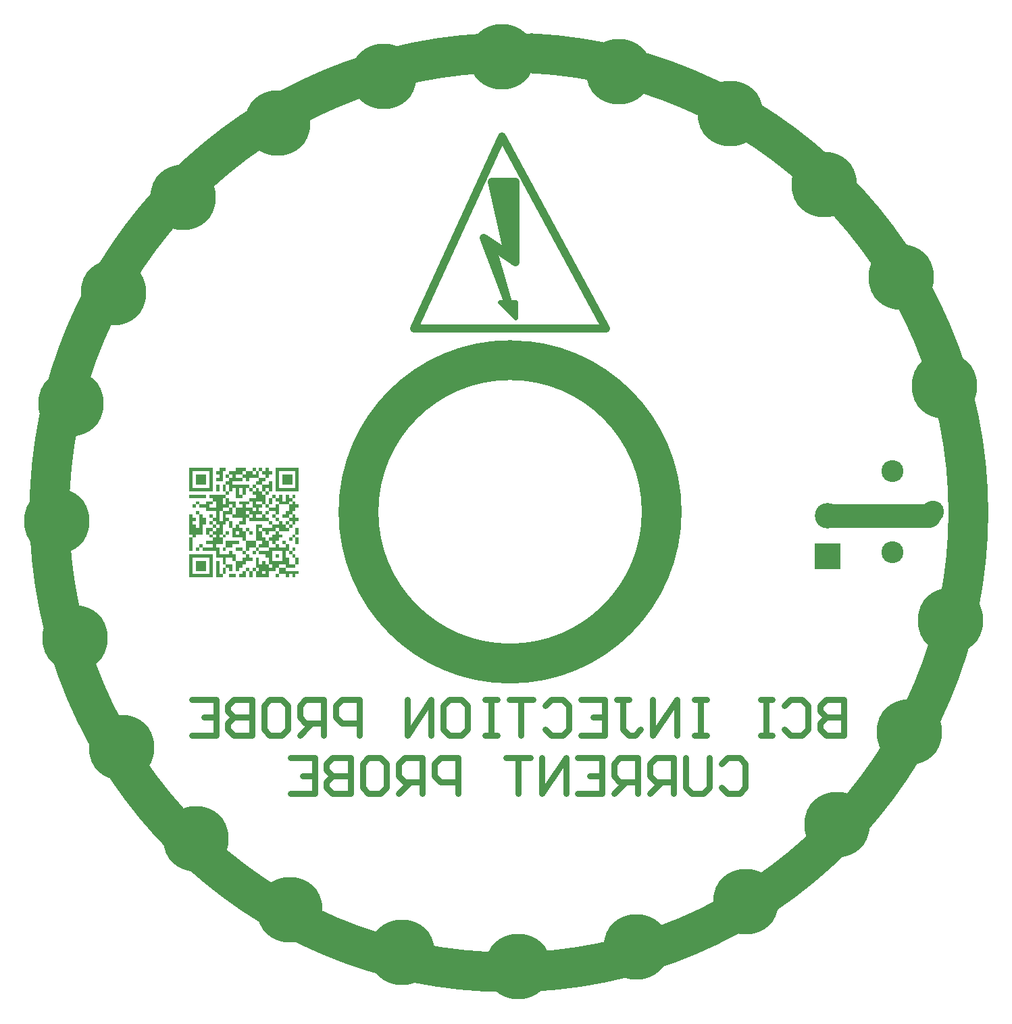
<source format=gbs>
G04*
G04 #@! TF.GenerationSoftware,Altium Limited,Altium Designer,21.0.9 (235)*
G04*
G04 Layer_Color=16711935*
%FSLAX44Y44*%
%MOMM*%
G71*
G04*
G04 #@! TF.SameCoordinates,EB6AEE9D-F0A7-4C1E-96F7-12A61246D342*
G04*
G04*
G04 #@! TF.FilePolarity,Negative*
G04*
G01*
G75*
%ADD10C,3.0000*%
%ADD11C,8.2032*%
%ADD12C,3.2032*%
%ADD13R,3.2032X3.2032*%
%ADD14C,2.7532*%
%ADD19C,5.0000*%
%ADD20C,1.0000*%
%ADD21C,0.6000*%
%ADD22C,0.8000*%
G36*
X7000Y315957D02*
X5730Y315431D01*
X5667Y315494D01*
X4585Y315942D01*
X4000Y316000D01*
X0D01*
X-17819Y412024D01*
X-17007Y413000D01*
X7000D01*
Y315957D01*
D02*
G37*
G36*
X-302147Y54233D02*
Y53640D01*
Y53047D01*
Y52453D01*
Y51860D01*
Y51267D01*
Y50673D01*
X-297993D01*
Y50080D01*
Y49487D01*
Y48893D01*
Y48300D01*
Y47707D01*
Y47113D01*
Y46520D01*
X-302147D01*
Y45927D01*
Y45333D01*
Y44740D01*
Y44147D01*
Y43553D01*
Y42960D01*
Y42367D01*
X-306300D01*
Y42960D01*
Y43553D01*
Y44147D01*
Y44740D01*
Y45333D01*
Y45927D01*
Y46520D01*
X-310453D01*
Y47113D01*
Y47707D01*
Y48300D01*
Y48893D01*
Y49487D01*
Y50080D01*
Y50673D01*
X-314607D01*
Y51267D01*
Y51860D01*
Y52453D01*
Y53047D01*
Y53640D01*
Y54233D01*
Y54827D01*
X-310453D01*
Y54233D01*
Y53640D01*
Y53047D01*
Y52453D01*
Y51860D01*
Y51267D01*
Y50673D01*
X-306300D01*
Y51267D01*
Y51860D01*
Y52453D01*
Y53047D01*
Y53640D01*
Y54233D01*
Y54827D01*
X-302147D01*
Y54233D01*
D02*
G37*
G36*
X-318760D02*
Y53640D01*
Y53047D01*
Y52453D01*
Y51860D01*
Y51267D01*
Y50673D01*
X-314607D01*
Y50080D01*
Y49487D01*
Y48893D01*
Y48300D01*
Y47707D01*
Y47113D01*
Y46520D01*
Y45927D01*
Y45333D01*
Y44740D01*
Y44147D01*
Y43553D01*
Y42960D01*
Y42367D01*
X-306300D01*
Y41773D01*
Y41180D01*
Y40587D01*
Y39993D01*
Y39400D01*
Y38807D01*
Y38213D01*
X-310453D01*
Y37620D01*
Y37027D01*
Y36433D01*
Y35840D01*
Y35247D01*
Y34653D01*
Y34060D01*
X-302147D01*
Y34653D01*
Y35247D01*
Y35840D01*
Y36433D01*
Y37027D01*
Y37620D01*
Y38213D01*
X-297993D01*
Y37620D01*
Y37027D01*
Y36433D01*
Y35840D01*
Y35247D01*
Y34653D01*
Y34060D01*
Y33467D01*
Y32873D01*
Y32280D01*
Y31687D01*
Y31093D01*
Y30500D01*
Y29907D01*
Y29313D01*
Y28720D01*
Y28127D01*
Y27533D01*
Y26940D01*
Y26347D01*
Y25753D01*
X-302147D01*
Y26347D01*
Y26940D01*
Y27533D01*
Y28127D01*
Y28720D01*
Y29313D01*
Y29907D01*
X-306300D01*
Y29313D01*
Y28720D01*
Y28127D01*
Y27533D01*
Y26940D01*
Y26347D01*
Y25753D01*
X-302147D01*
Y25160D01*
Y24567D01*
Y23973D01*
Y23380D01*
Y22787D01*
Y22193D01*
Y21600D01*
X-306300D01*
Y22193D01*
Y22787D01*
Y23380D01*
Y23973D01*
Y24567D01*
Y25160D01*
Y25753D01*
X-310453D01*
Y26347D01*
Y26940D01*
Y27533D01*
Y28127D01*
Y28720D01*
Y29313D01*
Y29907D01*
Y30500D01*
Y31093D01*
Y31687D01*
Y32280D01*
Y32873D01*
Y33467D01*
Y34060D01*
X-318760D01*
Y34653D01*
Y35247D01*
Y35840D01*
Y36433D01*
Y37027D01*
Y37620D01*
Y38213D01*
X-314607D01*
Y38807D01*
Y39400D01*
Y39993D01*
Y40587D01*
Y41180D01*
Y41773D01*
Y42367D01*
X-327067D01*
Y41773D01*
Y41180D01*
Y40587D01*
Y39993D01*
Y39400D01*
Y38807D01*
Y38213D01*
X-331220D01*
Y38807D01*
Y39400D01*
Y39993D01*
Y40587D01*
Y41180D01*
Y41773D01*
Y42367D01*
X-335373D01*
Y42960D01*
Y43553D01*
Y44147D01*
Y44740D01*
Y45333D01*
Y45927D01*
Y46520D01*
X-343680D01*
Y45927D01*
Y45333D01*
Y44740D01*
Y44147D01*
Y43553D01*
Y42960D01*
Y42367D01*
X-335373D01*
Y41773D01*
Y41180D01*
Y40587D01*
Y39993D01*
Y39400D01*
Y38807D01*
Y38213D01*
X-347833D01*
Y37620D01*
Y37027D01*
Y36433D01*
Y35840D01*
Y35247D01*
Y34653D01*
Y34060D01*
X-327067D01*
Y33467D01*
Y32873D01*
Y32280D01*
Y31687D01*
Y31093D01*
Y30500D01*
Y29907D01*
X-322913D01*
Y29313D01*
Y28720D01*
Y28127D01*
Y27533D01*
Y26940D01*
Y26347D01*
Y25753D01*
X-318760D01*
Y26347D01*
Y26940D01*
Y27533D01*
Y28127D01*
Y28720D01*
Y29313D01*
Y29907D01*
X-322913D01*
Y30500D01*
Y31093D01*
Y31687D01*
Y32280D01*
Y32873D01*
Y33467D01*
Y34060D01*
X-318760D01*
Y33467D01*
Y32873D01*
Y32280D01*
Y31687D01*
Y31093D01*
Y30500D01*
Y29907D01*
X-314607D01*
Y29313D01*
Y28720D01*
Y28127D01*
Y27533D01*
Y26940D01*
Y26347D01*
Y25753D01*
X-310453D01*
Y25160D01*
Y24567D01*
Y23973D01*
Y23380D01*
Y22787D01*
Y22193D01*
Y21600D01*
X-306300D01*
Y21007D01*
Y20413D01*
Y19820D01*
Y19227D01*
Y18633D01*
Y18040D01*
Y17447D01*
Y16853D01*
Y16260D01*
Y15667D01*
Y15073D01*
Y14480D01*
Y13887D01*
Y13293D01*
Y12700D01*
Y12107D01*
Y11513D01*
Y10920D01*
Y10327D01*
Y9733D01*
Y9140D01*
X-302147D01*
Y8547D01*
Y7953D01*
Y7360D01*
Y6767D01*
Y6173D01*
Y5580D01*
Y4987D01*
X-293840D01*
Y5580D01*
Y6173D01*
Y6767D01*
Y7360D01*
Y7953D01*
Y8547D01*
Y9140D01*
X-289687D01*
Y8547D01*
Y7953D01*
Y7360D01*
Y6767D01*
Y6173D01*
Y5580D01*
Y4987D01*
Y4393D01*
Y3800D01*
Y3207D01*
Y2613D01*
Y2020D01*
Y1427D01*
Y833D01*
Y240D01*
Y-353D01*
Y-947D01*
Y-1540D01*
Y-2133D01*
Y-2727D01*
Y-3320D01*
X-293840D01*
Y-2727D01*
Y-2133D01*
Y-1540D01*
Y-947D01*
Y-353D01*
Y240D01*
Y833D01*
X-302147D01*
Y1427D01*
Y2020D01*
Y2613D01*
Y3207D01*
Y3800D01*
Y4393D01*
Y4987D01*
X-306300D01*
Y5580D01*
Y6173D01*
Y6767D01*
Y7360D01*
Y7953D01*
Y8547D01*
Y9140D01*
X-310453D01*
Y9733D01*
Y10327D01*
Y10920D01*
Y11513D01*
Y12107D01*
Y12700D01*
Y13293D01*
X-318760D01*
Y12700D01*
Y12107D01*
Y11513D01*
Y10920D01*
Y10327D01*
Y9733D01*
Y9140D01*
X-310453D01*
Y8547D01*
Y7953D01*
Y7360D01*
Y6767D01*
Y6173D01*
Y5580D01*
Y4987D01*
X-314607D01*
Y4393D01*
Y3800D01*
Y3207D01*
Y2613D01*
Y2020D01*
Y1427D01*
Y833D01*
X-310453D01*
Y240D01*
Y-353D01*
Y-947D01*
Y-1540D01*
Y-2133D01*
Y-2727D01*
Y-3320D01*
X-306300D01*
Y-3913D01*
Y-4507D01*
Y-5100D01*
Y-5693D01*
Y-6287D01*
Y-6880D01*
Y-7473D01*
X-302147D01*
Y-8067D01*
Y-8660D01*
Y-9253D01*
Y-9847D01*
Y-10440D01*
Y-11033D01*
Y-11627D01*
X-297993D01*
Y-12220D01*
Y-12813D01*
Y-13407D01*
Y-14000D01*
Y-14593D01*
Y-15187D01*
Y-15780D01*
X-289687D01*
Y-15187D01*
Y-14593D01*
Y-14000D01*
Y-13407D01*
Y-12813D01*
Y-12220D01*
Y-11627D01*
X-293840D01*
Y-11033D01*
Y-10440D01*
Y-9847D01*
Y-9253D01*
Y-8660D01*
Y-8067D01*
Y-7473D01*
X-297993D01*
Y-6880D01*
Y-6287D01*
Y-5693D01*
Y-5100D01*
Y-4507D01*
Y-3913D01*
Y-3320D01*
X-293840D01*
Y-3913D01*
Y-4507D01*
Y-5100D01*
Y-5693D01*
Y-6287D01*
Y-6880D01*
Y-7473D01*
X-289687D01*
Y-8067D01*
Y-8660D01*
Y-9253D01*
Y-9847D01*
Y-10440D01*
Y-11033D01*
Y-11627D01*
X-285533D01*
Y-12220D01*
Y-12813D01*
Y-13407D01*
Y-14000D01*
Y-14593D01*
Y-15187D01*
Y-15780D01*
X-281380D01*
Y-16373D01*
Y-16967D01*
Y-17560D01*
Y-18153D01*
Y-18747D01*
Y-19340D01*
Y-19933D01*
X-277227D01*
Y-20527D01*
Y-21120D01*
Y-21713D01*
Y-22307D01*
Y-22900D01*
Y-23493D01*
Y-24087D01*
X-289687D01*
Y-23493D01*
Y-22900D01*
Y-22307D01*
Y-21713D01*
Y-21120D01*
Y-20527D01*
Y-19933D01*
X-293840D01*
Y-20527D01*
Y-21120D01*
Y-21713D01*
Y-22307D01*
Y-22900D01*
Y-23493D01*
Y-24087D01*
X-289687D01*
Y-24680D01*
Y-25273D01*
Y-25867D01*
Y-26460D01*
Y-27053D01*
Y-27647D01*
Y-28240D01*
X-285533D01*
Y-28833D01*
Y-29427D01*
Y-30020D01*
Y-30613D01*
Y-31207D01*
Y-31800D01*
Y-32393D01*
X-289687D01*
Y-32987D01*
Y-33580D01*
Y-34173D01*
Y-34767D01*
Y-35360D01*
Y-35953D01*
Y-36547D01*
X-293840D01*
Y-37140D01*
Y-37733D01*
Y-38327D01*
Y-38920D01*
Y-39513D01*
Y-40107D01*
Y-40700D01*
X-289687D01*
Y-41293D01*
Y-41887D01*
Y-42480D01*
Y-43073D01*
Y-43667D01*
Y-44260D01*
Y-44853D01*
X-281380D01*
Y-44260D01*
Y-43667D01*
Y-43073D01*
Y-42480D01*
Y-41887D01*
Y-41293D01*
Y-40700D01*
X-285533D01*
Y-40107D01*
Y-39513D01*
Y-38920D01*
Y-38327D01*
Y-37733D01*
Y-37140D01*
Y-36547D01*
X-281380D01*
Y-37140D01*
Y-37733D01*
Y-38327D01*
Y-38920D01*
Y-39513D01*
Y-40107D01*
Y-40700D01*
X-277227D01*
Y-41293D01*
Y-41887D01*
Y-42480D01*
Y-43073D01*
Y-43667D01*
Y-44260D01*
Y-44853D01*
Y-45447D01*
Y-46040D01*
Y-46633D01*
Y-47227D01*
Y-47820D01*
Y-48413D01*
Y-49007D01*
X-273073D01*
Y-49600D01*
Y-50193D01*
Y-50787D01*
Y-51380D01*
Y-51973D01*
Y-52567D01*
Y-53160D01*
X-268920D01*
Y-53753D01*
Y-54347D01*
Y-54940D01*
Y-55533D01*
Y-56127D01*
Y-56720D01*
Y-57313D01*
X-264767D01*
Y-57907D01*
Y-58500D01*
Y-59093D01*
Y-59687D01*
Y-60280D01*
Y-60873D01*
Y-61467D01*
Y-62060D01*
Y-62653D01*
Y-63247D01*
Y-63840D01*
Y-64433D01*
Y-65027D01*
Y-65620D01*
X-268920D01*
Y-65027D01*
Y-64433D01*
Y-63840D01*
Y-63247D01*
Y-62653D01*
Y-62060D01*
Y-61467D01*
Y-60873D01*
Y-60280D01*
Y-59687D01*
Y-59093D01*
Y-58500D01*
Y-57907D01*
Y-57313D01*
X-273073D01*
Y-56720D01*
Y-56127D01*
Y-55533D01*
Y-54940D01*
Y-54347D01*
Y-53753D01*
Y-53160D01*
X-277227D01*
Y-52567D01*
Y-51973D01*
Y-51380D01*
Y-50787D01*
Y-50193D01*
Y-49600D01*
Y-49007D01*
X-281380D01*
Y-49600D01*
Y-50193D01*
Y-50787D01*
Y-51380D01*
Y-51973D01*
Y-52567D01*
Y-53160D01*
Y-53753D01*
Y-54347D01*
Y-54940D01*
Y-55533D01*
Y-56127D01*
Y-56720D01*
Y-57313D01*
X-277227D01*
Y-57907D01*
Y-58500D01*
Y-59093D01*
Y-59687D01*
Y-60280D01*
Y-60873D01*
Y-61467D01*
Y-62060D01*
Y-62653D01*
Y-63247D01*
Y-63840D01*
Y-64433D01*
Y-65027D01*
Y-65620D01*
X-268920D01*
Y-66213D01*
Y-66807D01*
Y-67400D01*
Y-67993D01*
Y-68587D01*
Y-69180D01*
Y-69773D01*
X-281380D01*
Y-69180D01*
Y-68587D01*
Y-67993D01*
Y-67400D01*
Y-66807D01*
Y-66213D01*
Y-65620D01*
X-289687D01*
Y-66213D01*
Y-66807D01*
Y-67400D01*
Y-67993D01*
Y-68587D01*
Y-69180D01*
Y-69773D01*
X-281380D01*
Y-70367D01*
Y-70960D01*
Y-71553D01*
Y-72147D01*
Y-72740D01*
Y-73333D01*
Y-73927D01*
X-264767D01*
Y-74520D01*
Y-75113D01*
Y-75707D01*
Y-76300D01*
Y-76893D01*
Y-77487D01*
Y-78080D01*
X-268920D01*
Y-78673D01*
Y-79267D01*
Y-79860D01*
Y-80453D01*
Y-81047D01*
Y-81640D01*
Y-82233D01*
X-273073D01*
Y-81640D01*
Y-81047D01*
Y-80453D01*
Y-79860D01*
Y-79267D01*
Y-78673D01*
Y-78080D01*
X-277227D01*
Y-78673D01*
Y-79267D01*
Y-79860D01*
Y-80453D01*
Y-81047D01*
Y-81640D01*
Y-82233D01*
X-281380D01*
Y-81640D01*
Y-81047D01*
Y-80453D01*
Y-79860D01*
Y-79267D01*
Y-78673D01*
Y-78080D01*
X-289687D01*
Y-77487D01*
Y-76893D01*
Y-76300D01*
Y-75707D01*
Y-75113D01*
Y-74520D01*
Y-73927D01*
Y-73333D01*
Y-72740D01*
Y-72147D01*
Y-71553D01*
Y-70960D01*
Y-70367D01*
Y-69773D01*
X-293840D01*
Y-70367D01*
Y-70960D01*
Y-71553D01*
Y-72147D01*
Y-72740D01*
Y-73333D01*
Y-73927D01*
X-302147D01*
Y-74520D01*
Y-75113D01*
Y-75707D01*
Y-76300D01*
Y-76893D01*
Y-77487D01*
Y-78080D01*
Y-78673D01*
Y-79267D01*
Y-79860D01*
Y-80453D01*
Y-81047D01*
Y-81640D01*
Y-82233D01*
X-318760D01*
Y-81640D01*
Y-81047D01*
Y-80453D01*
Y-79860D01*
Y-79267D01*
Y-78673D01*
Y-78080D01*
Y-77487D01*
Y-76893D01*
Y-76300D01*
Y-75707D01*
Y-75113D01*
Y-74520D01*
Y-73927D01*
X-322913D01*
Y-73333D01*
Y-72740D01*
Y-72147D01*
Y-71553D01*
Y-70960D01*
Y-70367D01*
Y-69773D01*
X-318760D01*
Y-70367D01*
Y-70960D01*
Y-71553D01*
Y-72147D01*
Y-72740D01*
Y-73333D01*
Y-73927D01*
X-314607D01*
Y-73333D01*
Y-72740D01*
Y-72147D01*
Y-71553D01*
Y-70960D01*
Y-70367D01*
Y-69773D01*
X-318760D01*
Y-69180D01*
Y-68587D01*
Y-67993D01*
Y-67400D01*
Y-66807D01*
Y-66213D01*
Y-65620D01*
Y-65027D01*
Y-64433D01*
Y-63840D01*
Y-63247D01*
Y-62653D01*
Y-62060D01*
Y-61467D01*
Y-60873D01*
Y-60280D01*
Y-59687D01*
Y-59093D01*
Y-58500D01*
Y-57907D01*
Y-57313D01*
X-314607D01*
Y-57907D01*
Y-58500D01*
Y-59093D01*
Y-59687D01*
Y-60280D01*
Y-60873D01*
Y-61467D01*
Y-62060D01*
Y-62653D01*
Y-63247D01*
Y-63840D01*
Y-64433D01*
Y-65027D01*
Y-65620D01*
X-310453D01*
Y-65027D01*
Y-64433D01*
Y-63840D01*
Y-63247D01*
Y-62653D01*
Y-62060D01*
Y-61467D01*
X-306300D01*
Y-62060D01*
Y-62653D01*
Y-63247D01*
Y-63840D01*
Y-64433D01*
Y-65027D01*
Y-65620D01*
X-302147D01*
Y-66213D01*
Y-66807D01*
Y-67400D01*
Y-67993D01*
Y-68587D01*
Y-69180D01*
Y-69773D01*
X-297993D01*
Y-69180D01*
Y-68587D01*
Y-67993D01*
Y-67400D01*
Y-66807D01*
Y-66213D01*
Y-65620D01*
X-302147D01*
Y-65027D01*
Y-64433D01*
Y-63840D01*
Y-63247D01*
Y-62653D01*
Y-62060D01*
Y-61467D01*
Y-60873D01*
Y-60280D01*
Y-59687D01*
Y-59093D01*
Y-58500D01*
Y-57907D01*
Y-57313D01*
X-306300D01*
Y-56720D01*
Y-56127D01*
Y-55533D01*
Y-54940D01*
Y-54347D01*
Y-53753D01*
Y-53160D01*
X-314607D01*
Y-52567D01*
Y-51973D01*
Y-51380D01*
Y-50787D01*
Y-50193D01*
Y-49600D01*
Y-49007D01*
X-318760D01*
Y-48413D01*
Y-47820D01*
Y-47227D01*
Y-46633D01*
Y-46040D01*
Y-45447D01*
Y-44853D01*
X-327067D01*
Y-45447D01*
Y-46040D01*
Y-46633D01*
Y-47227D01*
Y-47820D01*
Y-48413D01*
Y-49007D01*
X-331220D01*
Y-48413D01*
Y-47820D01*
Y-47227D01*
Y-46633D01*
Y-46040D01*
Y-45447D01*
Y-44853D01*
Y-44260D01*
Y-43667D01*
Y-43073D01*
Y-42480D01*
Y-41887D01*
Y-41293D01*
Y-40700D01*
Y-40107D01*
Y-39513D01*
Y-38920D01*
Y-38327D01*
Y-37733D01*
Y-37140D01*
Y-36547D01*
X-335373D01*
Y-35953D01*
Y-35360D01*
Y-34767D01*
Y-34173D01*
Y-33580D01*
Y-32987D01*
Y-32393D01*
X-347833D01*
Y-31800D01*
Y-31207D01*
Y-30613D01*
Y-30020D01*
Y-29427D01*
Y-28833D01*
Y-28240D01*
Y-27647D01*
Y-27053D01*
Y-26460D01*
Y-25867D01*
Y-25273D01*
Y-24680D01*
Y-24087D01*
Y-23493D01*
Y-22900D01*
Y-22307D01*
Y-21713D01*
Y-21120D01*
Y-20527D01*
Y-19933D01*
X-351987D01*
Y-19340D01*
Y-18747D01*
Y-18153D01*
Y-17560D01*
Y-16967D01*
Y-16373D01*
Y-15780D01*
Y-15187D01*
Y-14593D01*
Y-14000D01*
Y-13407D01*
Y-12813D01*
Y-12220D01*
Y-11627D01*
X-356140D01*
Y-12220D01*
Y-12813D01*
Y-13407D01*
Y-14000D01*
Y-14593D01*
Y-15187D01*
Y-15780D01*
X-360293D01*
Y-16373D01*
Y-16967D01*
Y-17560D01*
Y-18153D01*
Y-18747D01*
Y-19340D01*
Y-19933D01*
Y-20527D01*
Y-21120D01*
Y-21713D01*
Y-22307D01*
Y-22900D01*
Y-23493D01*
Y-24087D01*
Y-24680D01*
Y-25273D01*
Y-25867D01*
Y-26460D01*
Y-27053D01*
Y-27647D01*
Y-28240D01*
X-356140D01*
Y-28833D01*
Y-29427D01*
Y-30020D01*
Y-30613D01*
Y-31207D01*
Y-31800D01*
Y-32393D01*
X-360293D01*
Y-31800D01*
Y-31207D01*
Y-30613D01*
Y-30020D01*
Y-29427D01*
Y-28833D01*
Y-28240D01*
X-364447D01*
Y-28833D01*
Y-29427D01*
Y-30020D01*
Y-30613D01*
Y-31207D01*
Y-31800D01*
Y-32393D01*
X-360293D01*
Y-32987D01*
Y-33580D01*
Y-34173D01*
Y-34767D01*
Y-35360D01*
Y-35953D01*
Y-36547D01*
Y-37140D01*
Y-37733D01*
Y-38327D01*
Y-38920D01*
Y-39513D01*
Y-40107D01*
Y-40700D01*
X-368600D01*
Y-41293D01*
Y-41887D01*
Y-42480D01*
Y-43073D01*
Y-43667D01*
Y-44260D01*
Y-44853D01*
X-364447D01*
Y-45447D01*
Y-46040D01*
Y-46633D01*
Y-47227D01*
Y-47820D01*
Y-48413D01*
Y-49007D01*
Y-49600D01*
Y-50193D01*
Y-50787D01*
Y-51380D01*
Y-51973D01*
Y-52567D01*
Y-53160D01*
X-351987D01*
Y-52567D01*
Y-51973D01*
Y-51380D01*
Y-50787D01*
Y-50193D01*
Y-49600D01*
Y-49007D01*
X-347833D01*
Y-49600D01*
Y-50193D01*
Y-50787D01*
Y-51380D01*
Y-51973D01*
Y-52567D01*
Y-53160D01*
X-343680D01*
Y-53753D01*
Y-54347D01*
Y-54940D01*
Y-55533D01*
Y-56127D01*
Y-56720D01*
Y-57313D01*
Y-57907D01*
Y-58500D01*
Y-59093D01*
Y-59687D01*
Y-60280D01*
Y-60873D01*
Y-61467D01*
X-335373D01*
Y-60873D01*
Y-60280D01*
Y-59687D01*
Y-59093D01*
Y-58500D01*
Y-57907D01*
Y-57313D01*
X-331220D01*
Y-56720D01*
Y-56127D01*
Y-55533D01*
Y-54940D01*
Y-54347D01*
Y-53753D01*
Y-53160D01*
X-335373D01*
Y-52567D01*
Y-51973D01*
Y-51380D01*
Y-50787D01*
Y-50193D01*
Y-49600D01*
Y-49007D01*
X-343680D01*
Y-48413D01*
Y-47820D01*
Y-47227D01*
Y-46633D01*
Y-46040D01*
Y-45447D01*
Y-44853D01*
X-335373D01*
Y-45447D01*
Y-46040D01*
Y-46633D01*
Y-47227D01*
Y-47820D01*
Y-48413D01*
Y-49007D01*
X-331220D01*
Y-49600D01*
Y-50193D01*
Y-50787D01*
Y-51380D01*
Y-51973D01*
Y-52567D01*
Y-53160D01*
X-327067D01*
Y-53753D01*
Y-54347D01*
Y-54940D01*
Y-55533D01*
Y-56127D01*
Y-56720D01*
Y-57313D01*
X-322913D01*
Y-57907D01*
Y-58500D01*
Y-59093D01*
Y-59687D01*
Y-60280D01*
Y-60873D01*
Y-61467D01*
X-331220D01*
Y-62060D01*
Y-62653D01*
Y-63247D01*
Y-63840D01*
Y-64433D01*
Y-65027D01*
Y-65620D01*
X-335373D01*
Y-66213D01*
Y-66807D01*
Y-67400D01*
Y-67993D01*
Y-68587D01*
Y-69180D01*
Y-69773D01*
X-339527D01*
Y-70367D01*
Y-70960D01*
Y-71553D01*
Y-72147D01*
Y-72740D01*
Y-73333D01*
Y-73927D01*
X-343680D01*
Y-73333D01*
Y-72740D01*
Y-72147D01*
Y-71553D01*
Y-70960D01*
Y-70367D01*
Y-69773D01*
Y-69180D01*
Y-68587D01*
Y-67993D01*
Y-67400D01*
Y-66807D01*
Y-66213D01*
Y-65620D01*
Y-65027D01*
Y-64433D01*
Y-63840D01*
Y-63247D01*
Y-62653D01*
Y-62060D01*
Y-61467D01*
X-347833D01*
Y-60873D01*
Y-60280D01*
Y-59687D01*
Y-59093D01*
Y-58500D01*
Y-57907D01*
Y-57313D01*
X-356140D01*
Y-57907D01*
Y-58500D01*
Y-59093D01*
Y-59687D01*
Y-60280D01*
Y-60873D01*
Y-61467D01*
Y-62060D01*
Y-62653D01*
Y-63247D01*
Y-63840D01*
Y-64433D01*
Y-65027D01*
Y-65620D01*
X-347833D01*
Y-66213D01*
Y-66807D01*
Y-67400D01*
Y-67993D01*
Y-68587D01*
Y-69180D01*
Y-69773D01*
Y-70367D01*
Y-70960D01*
Y-71553D01*
Y-72147D01*
Y-72740D01*
Y-73333D01*
Y-73927D01*
X-351987D01*
Y-73333D01*
Y-72740D01*
Y-72147D01*
Y-71553D01*
Y-70960D01*
Y-70367D01*
Y-69773D01*
X-356140D01*
Y-69180D01*
Y-68587D01*
Y-67993D01*
Y-67400D01*
Y-66807D01*
Y-66213D01*
Y-65620D01*
X-360293D01*
Y-65027D01*
Y-64433D01*
Y-63840D01*
Y-63247D01*
Y-62653D01*
Y-62060D01*
Y-61467D01*
Y-60873D01*
Y-60280D01*
Y-59687D01*
Y-59093D01*
Y-58500D01*
Y-57907D01*
Y-57313D01*
X-368600D01*
Y-56720D01*
Y-56127D01*
Y-55533D01*
Y-54940D01*
Y-54347D01*
Y-53753D01*
Y-53160D01*
Y-52567D01*
Y-51973D01*
Y-51380D01*
Y-50787D01*
Y-50193D01*
Y-49600D01*
Y-49007D01*
X-385213D01*
Y-48413D01*
Y-47820D01*
Y-47227D01*
Y-46633D01*
Y-46040D01*
Y-45447D01*
Y-44853D01*
X-389367D01*
Y-44260D01*
Y-43667D01*
Y-43073D01*
Y-42480D01*
Y-41887D01*
Y-41293D01*
Y-40700D01*
X-385213D01*
Y-41293D01*
Y-41887D01*
Y-42480D01*
Y-43073D01*
Y-43667D01*
Y-44260D01*
Y-44853D01*
X-372753D01*
Y-44260D01*
Y-43667D01*
Y-43073D01*
Y-42480D01*
Y-41887D01*
Y-41293D01*
Y-40700D01*
X-381060D01*
Y-40107D01*
Y-39513D01*
Y-38920D01*
Y-38327D01*
Y-37733D01*
Y-37140D01*
Y-36547D01*
X-372753D01*
Y-35953D01*
Y-35360D01*
Y-34767D01*
Y-34173D01*
Y-33580D01*
Y-32987D01*
Y-32393D01*
X-376907D01*
Y-31800D01*
Y-31207D01*
Y-30613D01*
Y-30020D01*
Y-29427D01*
Y-28833D01*
Y-28240D01*
X-381060D01*
Y-27647D01*
Y-27053D01*
Y-26460D01*
Y-25867D01*
Y-25273D01*
Y-24680D01*
Y-24087D01*
Y-23493D01*
Y-22900D01*
Y-22307D01*
Y-21713D01*
Y-21120D01*
Y-20527D01*
Y-19933D01*
X-372753D01*
Y-20527D01*
Y-21120D01*
Y-21713D01*
Y-22307D01*
Y-22900D01*
Y-23493D01*
Y-24087D01*
X-368600D01*
Y-23493D01*
Y-22900D01*
Y-22307D01*
Y-21713D01*
Y-21120D01*
Y-20527D01*
Y-19933D01*
X-372753D01*
Y-19340D01*
Y-18747D01*
Y-18153D01*
Y-17560D01*
Y-16967D01*
Y-16373D01*
Y-15780D01*
X-376907D01*
Y-15187D01*
Y-14593D01*
Y-14000D01*
Y-13407D01*
Y-12813D01*
Y-12220D01*
Y-11627D01*
X-372753D01*
Y-12220D01*
Y-12813D01*
Y-13407D01*
Y-14000D01*
Y-14593D01*
Y-15187D01*
Y-15780D01*
X-368600D01*
Y-16373D01*
Y-16967D01*
Y-17560D01*
Y-18153D01*
Y-18747D01*
Y-19340D01*
Y-19933D01*
X-364447D01*
Y-19340D01*
Y-18747D01*
Y-18153D01*
Y-17560D01*
Y-16967D01*
Y-16373D01*
Y-15780D01*
X-368600D01*
Y-15187D01*
Y-14593D01*
Y-14000D01*
Y-13407D01*
Y-12813D01*
Y-12220D01*
Y-11627D01*
X-372753D01*
Y-11033D01*
Y-10440D01*
Y-9847D01*
Y-9253D01*
Y-8660D01*
Y-8067D01*
Y-7473D01*
X-376907D01*
Y-6880D01*
Y-6287D01*
Y-5693D01*
Y-5100D01*
Y-4507D01*
Y-3913D01*
Y-3320D01*
X-372753D01*
Y-3913D01*
Y-4507D01*
Y-5100D01*
Y-5693D01*
Y-6287D01*
Y-6880D01*
Y-7473D01*
X-368600D01*
Y-6880D01*
Y-6287D01*
Y-5693D01*
Y-5100D01*
Y-4507D01*
Y-3913D01*
Y-3320D01*
Y-2727D01*
Y-2133D01*
Y-1540D01*
Y-947D01*
Y-353D01*
Y240D01*
Y833D01*
X-381060D01*
Y1427D01*
Y2020D01*
Y2613D01*
Y3207D01*
Y3800D01*
Y4393D01*
Y4987D01*
X-389367D01*
Y5580D01*
Y6173D01*
Y6767D01*
Y7360D01*
Y7953D01*
Y8547D01*
Y9140D01*
X-393520D01*
Y9733D01*
Y10327D01*
Y10920D01*
Y11513D01*
Y12107D01*
Y12700D01*
Y13293D01*
X-389367D01*
Y12700D01*
Y12107D01*
Y11513D01*
Y10920D01*
Y10327D01*
Y9733D01*
Y9140D01*
X-381060D01*
Y9733D01*
Y10327D01*
Y10920D01*
Y11513D01*
Y12107D01*
Y12700D01*
Y13293D01*
X-372753D01*
Y12700D01*
Y12107D01*
Y11513D01*
Y10920D01*
Y10327D01*
Y9733D01*
Y9140D01*
X-376907D01*
Y8547D01*
Y7953D01*
Y7360D01*
Y6767D01*
Y6173D01*
Y5580D01*
Y4987D01*
X-368600D01*
Y5580D01*
Y6173D01*
Y6767D01*
Y7360D01*
Y7953D01*
Y8547D01*
Y9140D01*
Y9733D01*
Y10327D01*
Y10920D01*
Y11513D01*
Y12107D01*
Y12700D01*
Y13293D01*
X-372753D01*
Y13887D01*
Y14480D01*
Y15073D01*
Y15667D01*
Y16260D01*
Y16853D01*
Y17447D01*
X-376907D01*
Y18040D01*
Y18633D01*
Y19227D01*
Y19820D01*
Y20413D01*
Y21007D01*
Y21600D01*
X-356140D01*
Y21007D01*
Y20413D01*
Y19820D01*
Y19227D01*
Y18633D01*
Y18040D01*
Y17447D01*
X-351987D01*
Y16853D01*
Y16260D01*
Y15667D01*
Y15073D01*
Y14480D01*
Y13887D01*
Y13293D01*
X-343680D01*
Y12700D01*
Y12107D01*
Y11513D01*
Y10920D01*
Y10327D01*
Y9733D01*
Y9140D01*
Y8547D01*
Y7953D01*
Y7360D01*
Y6767D01*
Y6173D01*
Y5580D01*
Y4987D01*
X-335373D01*
Y5580D01*
Y6173D01*
Y6767D01*
Y7360D01*
Y7953D01*
Y8547D01*
Y9140D01*
X-339527D01*
Y9733D01*
Y10327D01*
Y10920D01*
Y11513D01*
Y12107D01*
Y12700D01*
Y13293D01*
X-327067D01*
Y12700D01*
Y12107D01*
Y11513D01*
Y10920D01*
Y10327D01*
Y9733D01*
Y9140D01*
X-331220D01*
Y8547D01*
Y7953D01*
Y7360D01*
Y6767D01*
Y6173D01*
Y5580D01*
Y4987D01*
X-322913D01*
Y4393D01*
Y3800D01*
Y3207D01*
Y2613D01*
Y2020D01*
Y1427D01*
Y833D01*
X-318760D01*
Y1427D01*
Y2020D01*
Y2613D01*
Y3207D01*
Y3800D01*
Y4393D01*
Y4987D01*
X-322913D01*
Y5580D01*
Y6173D01*
Y6767D01*
Y7360D01*
Y7953D01*
Y8547D01*
Y9140D01*
Y9733D01*
Y10327D01*
Y10920D01*
Y11513D01*
Y12107D01*
Y12700D01*
Y13293D01*
X-327067D01*
Y13887D01*
Y14480D01*
Y15073D01*
Y15667D01*
Y16260D01*
Y16853D01*
Y17447D01*
X-318760D01*
Y18040D01*
Y18633D01*
Y19227D01*
Y19820D01*
Y20413D01*
Y21007D01*
Y21600D01*
X-322913D01*
Y22193D01*
Y22787D01*
Y23380D01*
Y23973D01*
Y24567D01*
Y25160D01*
Y25753D01*
X-327067D01*
Y26347D01*
Y26940D01*
Y27533D01*
Y28127D01*
Y28720D01*
Y29313D01*
Y29907D01*
X-331220D01*
Y29313D01*
Y28720D01*
Y28127D01*
Y27533D01*
Y26940D01*
Y26347D01*
Y25753D01*
Y25160D01*
Y24567D01*
Y23973D01*
Y23380D01*
Y22787D01*
Y22193D01*
Y21600D01*
X-335373D01*
Y22193D01*
Y22787D01*
Y23380D01*
Y23973D01*
Y24567D01*
Y25160D01*
Y25753D01*
Y26347D01*
Y26940D01*
Y27533D01*
Y28127D01*
Y28720D01*
Y29313D01*
Y29907D01*
X-339527D01*
Y29313D01*
Y28720D01*
Y28127D01*
Y27533D01*
Y26940D01*
Y26347D01*
Y25753D01*
Y25160D01*
Y24567D01*
Y23973D01*
Y23380D01*
Y22787D01*
Y22193D01*
Y21600D01*
X-335373D01*
Y21007D01*
Y20413D01*
Y19820D01*
Y19227D01*
Y18633D01*
Y18040D01*
Y17447D01*
X-343680D01*
Y18040D01*
Y18633D01*
Y19227D01*
Y19820D01*
Y20413D01*
Y21007D01*
Y21600D01*
Y22193D01*
Y22787D01*
Y23380D01*
Y23973D01*
Y24567D01*
Y25160D01*
Y25753D01*
Y26347D01*
Y26940D01*
Y27533D01*
Y28127D01*
Y28720D01*
Y29313D01*
Y29907D01*
X-347833D01*
Y29313D01*
Y28720D01*
Y28127D01*
Y27533D01*
Y26940D01*
Y26347D01*
Y25753D01*
X-351987D01*
Y26347D01*
Y26940D01*
Y27533D01*
Y28127D01*
Y28720D01*
Y29313D01*
Y29907D01*
Y30500D01*
Y31093D01*
Y31687D01*
Y32280D01*
Y32873D01*
Y33467D01*
Y34060D01*
X-356140D01*
Y34653D01*
Y35247D01*
Y35840D01*
Y36433D01*
Y37027D01*
Y37620D01*
Y38213D01*
X-351987D01*
Y38807D01*
Y39400D01*
Y39993D01*
Y40587D01*
Y41180D01*
Y41773D01*
Y42367D01*
X-356140D01*
Y42960D01*
Y43553D01*
Y44147D01*
Y44740D01*
Y45333D01*
Y45927D01*
Y46520D01*
X-351987D01*
Y45927D01*
Y45333D01*
Y44740D01*
Y44147D01*
Y43553D01*
Y42960D01*
Y42367D01*
X-347833D01*
Y42960D01*
Y43553D01*
Y44147D01*
Y44740D01*
Y45333D01*
Y45927D01*
Y46520D01*
X-351987D01*
Y47113D01*
Y47707D01*
Y48300D01*
Y48893D01*
Y49487D01*
Y50080D01*
Y50673D01*
X-343680D01*
Y51267D01*
Y51860D01*
Y52453D01*
Y53047D01*
Y53640D01*
Y54233D01*
Y54827D01*
X-331220D01*
Y54233D01*
Y53640D01*
Y53047D01*
Y52453D01*
Y51860D01*
Y51267D01*
Y50673D01*
X-322913D01*
Y50080D01*
Y49487D01*
Y48893D01*
Y48300D01*
Y47707D01*
Y47113D01*
Y46520D01*
X-318760D01*
Y47113D01*
Y47707D01*
Y48300D01*
Y48893D01*
Y49487D01*
Y50080D01*
Y50673D01*
X-322913D01*
Y51267D01*
Y51860D01*
Y52453D01*
Y53047D01*
Y53640D01*
Y54233D01*
Y54827D01*
X-318760D01*
Y54233D01*
D02*
G37*
G36*
X-356140D02*
Y53640D01*
Y53047D01*
Y52453D01*
Y51860D01*
Y51267D01*
Y50673D01*
X-360293D01*
Y50080D01*
Y49487D01*
Y48893D01*
Y48300D01*
Y47707D01*
Y47113D01*
Y46520D01*
Y45927D01*
Y45333D01*
Y44740D01*
Y44147D01*
Y43553D01*
Y42960D01*
Y42367D01*
Y41773D01*
Y41180D01*
Y40587D01*
Y39993D01*
Y39400D01*
Y38807D01*
Y38213D01*
X-368600D01*
Y38807D01*
Y39400D01*
Y39993D01*
Y40587D01*
Y41180D01*
Y41773D01*
Y42367D01*
X-364447D01*
Y42960D01*
Y43553D01*
Y44147D01*
Y44740D01*
Y45333D01*
Y45927D01*
Y46520D01*
X-368600D01*
Y47113D01*
Y47707D01*
Y48300D01*
Y48893D01*
Y49487D01*
Y50080D01*
Y50673D01*
X-364447D01*
Y51267D01*
Y51860D01*
Y52453D01*
Y53047D01*
Y53640D01*
Y54233D01*
Y54827D01*
X-356140D01*
Y54233D01*
D02*
G37*
G36*
X-264767D02*
Y53640D01*
Y53047D01*
Y52453D01*
Y51860D01*
Y51267D01*
Y50673D01*
Y50080D01*
Y49487D01*
Y48893D01*
Y48300D01*
Y47707D01*
Y47113D01*
Y46520D01*
Y45927D01*
Y45333D01*
Y44740D01*
Y44147D01*
Y43553D01*
Y42960D01*
Y42367D01*
Y41773D01*
Y41180D01*
Y40587D01*
Y39993D01*
Y39400D01*
Y38807D01*
Y38213D01*
Y37620D01*
Y37027D01*
Y36433D01*
Y35840D01*
Y35247D01*
Y34653D01*
Y34060D01*
Y33467D01*
Y32873D01*
Y32280D01*
Y31687D01*
Y31093D01*
Y30500D01*
Y29907D01*
Y29313D01*
Y28720D01*
Y28127D01*
Y27533D01*
Y26940D01*
Y26347D01*
Y25753D01*
X-293840D01*
Y26347D01*
Y26940D01*
Y27533D01*
Y28127D01*
Y28720D01*
Y29313D01*
Y29907D01*
Y30500D01*
Y31093D01*
Y31687D01*
Y32280D01*
Y32873D01*
Y33467D01*
Y34060D01*
Y34653D01*
Y35247D01*
Y35840D01*
Y36433D01*
Y37027D01*
Y37620D01*
Y38213D01*
Y38807D01*
Y39400D01*
Y39993D01*
Y40587D01*
Y41180D01*
Y41773D01*
Y42367D01*
Y42960D01*
Y43553D01*
Y44147D01*
Y44740D01*
Y45333D01*
Y45927D01*
Y46520D01*
Y47113D01*
Y47707D01*
Y48300D01*
Y48893D01*
Y49487D01*
Y50080D01*
Y50673D01*
Y51267D01*
Y51860D01*
Y52453D01*
Y53047D01*
Y53640D01*
Y54233D01*
Y54827D01*
X-264767D01*
Y54233D01*
D02*
G37*
G36*
X-364447Y33467D02*
Y32873D01*
Y32280D01*
Y31687D01*
Y31093D01*
Y30500D01*
Y29907D01*
Y29313D01*
Y28720D01*
Y28127D01*
Y27533D01*
Y26940D01*
Y26347D01*
Y25753D01*
X-368600D01*
Y26347D01*
Y26940D01*
Y27533D01*
Y28127D01*
Y28720D01*
Y29313D01*
Y29907D01*
Y30500D01*
Y31093D01*
Y31687D01*
Y32280D01*
Y32873D01*
Y33467D01*
Y34060D01*
X-364447D01*
Y33467D01*
D02*
G37*
G36*
X-372753Y54233D02*
Y53640D01*
Y53047D01*
Y52453D01*
Y51860D01*
Y51267D01*
Y50673D01*
Y50080D01*
Y49487D01*
Y48893D01*
Y48300D01*
Y47707D01*
Y47113D01*
Y46520D01*
Y45927D01*
Y45333D01*
Y44740D01*
Y44147D01*
Y43553D01*
Y42960D01*
Y42367D01*
Y41773D01*
Y41180D01*
Y40587D01*
Y39993D01*
Y39400D01*
Y38807D01*
Y38213D01*
Y37620D01*
Y37027D01*
Y36433D01*
Y35840D01*
Y35247D01*
Y34653D01*
Y34060D01*
Y33467D01*
Y32873D01*
Y32280D01*
Y31687D01*
Y31093D01*
Y30500D01*
Y29907D01*
Y29313D01*
Y28720D01*
Y28127D01*
Y27533D01*
Y26940D01*
Y26347D01*
Y25753D01*
X-401827D01*
Y26347D01*
Y26940D01*
Y27533D01*
Y28127D01*
Y28720D01*
Y29313D01*
Y29907D01*
Y30500D01*
Y31093D01*
Y31687D01*
Y32280D01*
Y32873D01*
Y33467D01*
Y34060D01*
Y34653D01*
Y35247D01*
Y35840D01*
Y36433D01*
Y37027D01*
Y37620D01*
Y38213D01*
Y38807D01*
Y39400D01*
Y39993D01*
Y40587D01*
Y41180D01*
Y41773D01*
Y42367D01*
Y42960D01*
Y43553D01*
Y44147D01*
Y44740D01*
Y45333D01*
Y45927D01*
Y46520D01*
Y47113D01*
Y47707D01*
Y48300D01*
Y48893D01*
Y49487D01*
Y50080D01*
Y50673D01*
Y51267D01*
Y51860D01*
Y52453D01*
Y53047D01*
Y53640D01*
Y54233D01*
Y54827D01*
X-372753D01*
Y54233D01*
D02*
G37*
G36*
X-356140Y33467D02*
Y32873D01*
Y32280D01*
Y31687D01*
Y31093D01*
Y30500D01*
Y29907D01*
Y29313D01*
Y28720D01*
Y28127D01*
Y27533D01*
Y26940D01*
Y26347D01*
Y25753D01*
X-351987D01*
Y25160D01*
Y24567D01*
Y23973D01*
Y23380D01*
Y22787D01*
Y22193D01*
Y21600D01*
X-356140D01*
Y22193D01*
Y22787D01*
Y23380D01*
Y23973D01*
Y24567D01*
Y25160D01*
Y25753D01*
X-360293D01*
Y26347D01*
Y26940D01*
Y27533D01*
Y28127D01*
Y28720D01*
Y29313D01*
Y29907D01*
Y30500D01*
Y31093D01*
Y31687D01*
Y32280D01*
Y32873D01*
Y33467D01*
Y34060D01*
X-356140D01*
Y33467D01*
D02*
G37*
G36*
X-268920Y21007D02*
Y20413D01*
Y19820D01*
Y19227D01*
Y18633D01*
Y18040D01*
Y17447D01*
X-273073D01*
Y18040D01*
Y18633D01*
Y19227D01*
Y19820D01*
Y20413D01*
Y21007D01*
Y21600D01*
X-268920D01*
Y21007D01*
D02*
G37*
G36*
X-381060D02*
Y20413D01*
Y19820D01*
Y19227D01*
Y18633D01*
Y18040D01*
Y17447D01*
X-401827D01*
Y18040D01*
Y18633D01*
Y19227D01*
Y19820D01*
Y20413D01*
Y21007D01*
Y21600D01*
X-381060D01*
Y21007D01*
D02*
G37*
G36*
X-277227D02*
Y20413D01*
Y19820D01*
Y19227D01*
Y18633D01*
Y18040D01*
Y17447D01*
X-273073D01*
Y16853D01*
Y16260D01*
Y15667D01*
Y15073D01*
Y14480D01*
Y13887D01*
Y13293D01*
X-268920D01*
Y12700D01*
Y12107D01*
Y11513D01*
Y10920D01*
Y10327D01*
Y9733D01*
Y9140D01*
X-264767D01*
Y8547D01*
Y7953D01*
Y7360D01*
Y6767D01*
Y6173D01*
Y5580D01*
Y4987D01*
X-268920D01*
Y4393D01*
Y3800D01*
Y3207D01*
Y2613D01*
Y2020D01*
Y1427D01*
Y833D01*
X-273073D01*
Y240D01*
Y-353D01*
Y-947D01*
Y-1540D01*
Y-2133D01*
Y-2727D01*
Y-3320D01*
X-268920D01*
Y-3913D01*
Y-4507D01*
Y-5100D01*
Y-5693D01*
Y-6287D01*
Y-6880D01*
Y-7473D01*
X-264767D01*
Y-8067D01*
Y-8660D01*
Y-9253D01*
Y-9847D01*
Y-10440D01*
Y-11033D01*
Y-11627D01*
X-268920D01*
Y-12220D01*
Y-12813D01*
Y-13407D01*
Y-14000D01*
Y-14593D01*
Y-15187D01*
Y-15780D01*
X-273073D01*
Y-15187D01*
Y-14593D01*
Y-14000D01*
Y-13407D01*
Y-12813D01*
Y-12220D01*
Y-11627D01*
X-277227D01*
Y-11033D01*
Y-10440D01*
Y-9847D01*
Y-9253D01*
Y-8660D01*
Y-8067D01*
Y-7473D01*
X-285533D01*
Y-6880D01*
Y-6287D01*
Y-5693D01*
Y-5100D01*
Y-4507D01*
Y-3913D01*
Y-3320D01*
X-281380D01*
Y-2727D01*
Y-2133D01*
Y-1540D01*
Y-947D01*
Y-353D01*
Y240D01*
Y833D01*
X-277227D01*
Y1427D01*
Y2020D01*
Y2613D01*
Y3207D01*
Y3800D01*
Y4393D01*
Y4987D01*
Y5580D01*
Y6173D01*
Y6767D01*
Y7360D01*
Y7953D01*
Y8547D01*
Y9140D01*
X-289687D01*
Y9733D01*
Y10327D01*
Y10920D01*
Y11513D01*
Y12107D01*
Y12700D01*
Y13293D01*
X-293840D01*
Y13887D01*
Y14480D01*
Y15073D01*
Y15667D01*
Y16260D01*
Y16853D01*
Y17447D01*
X-297993D01*
Y18040D01*
Y18633D01*
Y19227D01*
Y19820D01*
Y20413D01*
Y21007D01*
Y21600D01*
X-293840D01*
Y21007D01*
Y20413D01*
Y19820D01*
Y19227D01*
Y18633D01*
Y18040D01*
Y17447D01*
X-289687D01*
Y18040D01*
Y18633D01*
Y19227D01*
Y19820D01*
Y20413D01*
Y21007D01*
Y21600D01*
X-285533D01*
Y21007D01*
Y20413D01*
Y19820D01*
Y19227D01*
Y18633D01*
Y18040D01*
Y17447D01*
Y16853D01*
Y16260D01*
Y15667D01*
Y15073D01*
Y14480D01*
Y13887D01*
Y13293D01*
X-281380D01*
Y13887D01*
Y14480D01*
Y15073D01*
Y15667D01*
Y16260D01*
Y16853D01*
Y17447D01*
Y18040D01*
Y18633D01*
Y19227D01*
Y19820D01*
Y20413D01*
Y21007D01*
Y21600D01*
X-277227D01*
Y21007D01*
D02*
G37*
G36*
X-297993Y16853D02*
Y16260D01*
Y15667D01*
Y15073D01*
Y14480D01*
Y13887D01*
Y13293D01*
Y12700D01*
Y12107D01*
Y11513D01*
Y10920D01*
Y10327D01*
Y9733D01*
Y9140D01*
X-302147D01*
Y9733D01*
Y10327D01*
Y10920D01*
Y11513D01*
Y12107D01*
Y12700D01*
Y13293D01*
Y13887D01*
Y14480D01*
Y15073D01*
Y15667D01*
Y16260D01*
Y16853D01*
Y17447D01*
X-297993D01*
Y16853D01*
D02*
G37*
G36*
X-393520Y8547D02*
Y7953D01*
Y7360D01*
Y6767D01*
Y6173D01*
Y5580D01*
Y4987D01*
X-397673D01*
Y5580D01*
Y6173D01*
Y6767D01*
Y7360D01*
Y7953D01*
Y8547D01*
Y9140D01*
X-393520D01*
Y8547D01*
D02*
G37*
G36*
X-302147Y240D02*
Y-353D01*
Y-947D01*
Y-1540D01*
Y-2133D01*
Y-2727D01*
Y-3320D01*
X-306300D01*
Y-2727D01*
Y-2133D01*
Y-1540D01*
Y-947D01*
Y-353D01*
Y240D01*
Y833D01*
X-302147D01*
Y240D01*
D02*
G37*
G36*
X-277227Y-12220D02*
Y-12813D01*
Y-13407D01*
Y-14000D01*
Y-14593D01*
Y-15187D01*
Y-15780D01*
X-273073D01*
Y-16373D01*
Y-16967D01*
Y-17560D01*
Y-18153D01*
Y-18747D01*
Y-19340D01*
Y-19933D01*
X-277227D01*
Y-19340D01*
Y-18747D01*
Y-18153D01*
Y-17560D01*
Y-16967D01*
Y-16373D01*
Y-15780D01*
X-281380D01*
Y-15187D01*
Y-14593D01*
Y-14000D01*
Y-13407D01*
Y-12813D01*
Y-12220D01*
Y-11627D01*
X-277227D01*
Y-12220D01*
D02*
G37*
G36*
X-389367Y240D02*
Y-353D01*
Y-947D01*
Y-1540D01*
Y-2133D01*
Y-2727D01*
Y-3320D01*
X-385213D01*
Y-3913D01*
Y-4507D01*
Y-5100D01*
Y-5693D01*
Y-6287D01*
Y-6880D01*
Y-7473D01*
X-381060D01*
Y-8067D01*
Y-8660D01*
Y-9253D01*
Y-9847D01*
Y-10440D01*
Y-11033D01*
Y-11627D01*
Y-12220D01*
Y-12813D01*
Y-13407D01*
Y-14000D01*
Y-14593D01*
Y-15187D01*
Y-15780D01*
X-385213D01*
Y-16373D01*
Y-16967D01*
Y-17560D01*
Y-18153D01*
Y-18747D01*
Y-19340D01*
Y-19933D01*
Y-20527D01*
Y-21120D01*
Y-21713D01*
Y-22307D01*
Y-22900D01*
Y-23493D01*
Y-24087D01*
Y-24680D01*
Y-25273D01*
Y-25867D01*
Y-26460D01*
Y-27053D01*
Y-27647D01*
Y-28240D01*
X-393520D01*
Y-28833D01*
Y-29427D01*
Y-30020D01*
Y-30613D01*
Y-31207D01*
Y-31800D01*
Y-32393D01*
X-397673D01*
Y-31800D01*
Y-31207D01*
Y-30613D01*
Y-30020D01*
Y-29427D01*
Y-28833D01*
Y-28240D01*
X-401827D01*
Y-27647D01*
Y-27053D01*
Y-26460D01*
Y-25867D01*
Y-25273D01*
Y-24680D01*
Y-24087D01*
Y-23493D01*
Y-22900D01*
Y-22307D01*
Y-21713D01*
Y-21120D01*
Y-20527D01*
Y-19933D01*
Y-19340D01*
Y-18747D01*
Y-18153D01*
Y-17560D01*
Y-16967D01*
Y-16373D01*
Y-15780D01*
Y-15187D01*
Y-14593D01*
Y-14000D01*
Y-13407D01*
Y-12813D01*
Y-12220D01*
Y-11627D01*
Y-11033D01*
Y-10440D01*
Y-9847D01*
Y-9253D01*
Y-8660D01*
Y-8067D01*
Y-7473D01*
Y-6880D01*
Y-6287D01*
Y-5693D01*
Y-5100D01*
Y-4507D01*
Y-3913D01*
Y-3320D01*
X-397673D01*
Y-3913D01*
Y-4507D01*
Y-5100D01*
Y-5693D01*
Y-6287D01*
Y-6880D01*
Y-7473D01*
X-393520D01*
Y-8067D01*
Y-8660D01*
Y-9253D01*
Y-9847D01*
Y-10440D01*
Y-11033D01*
Y-11627D01*
X-397673D01*
Y-12220D01*
Y-12813D01*
Y-13407D01*
Y-14000D01*
Y-14593D01*
Y-15187D01*
Y-15780D01*
X-393520D01*
Y-16373D01*
Y-16967D01*
Y-17560D01*
Y-18153D01*
Y-18747D01*
Y-19340D01*
Y-19933D01*
X-389367D01*
Y-19340D01*
Y-18747D01*
Y-18153D01*
Y-17560D01*
Y-16967D01*
Y-16373D01*
Y-15780D01*
Y-15187D01*
Y-14593D01*
Y-14000D01*
Y-13407D01*
Y-12813D01*
Y-12220D01*
Y-11627D01*
Y-11033D01*
Y-10440D01*
Y-9847D01*
Y-9253D01*
Y-8660D01*
Y-8067D01*
Y-7473D01*
Y-6880D01*
Y-6287D01*
Y-5693D01*
Y-5100D01*
Y-4507D01*
Y-3913D01*
Y-3320D01*
X-393520D01*
Y-2727D01*
Y-2133D01*
Y-1540D01*
Y-947D01*
Y-353D01*
Y240D01*
Y833D01*
X-389367D01*
Y240D01*
D02*
G37*
G36*
X-264767Y-20527D02*
Y-21120D01*
Y-21713D01*
Y-22307D01*
Y-22900D01*
Y-23493D01*
Y-24087D01*
Y-24680D01*
Y-25273D01*
Y-25867D01*
Y-26460D01*
Y-27053D01*
Y-27647D01*
Y-28240D01*
X-268920D01*
Y-27647D01*
Y-27053D01*
Y-26460D01*
Y-25867D01*
Y-25273D01*
Y-24680D01*
Y-24087D01*
Y-23493D01*
Y-22900D01*
Y-22307D01*
Y-21713D01*
Y-21120D01*
Y-20527D01*
Y-19933D01*
X-264767D01*
Y-20527D01*
D02*
G37*
G36*
X-351987Y-24680D02*
Y-25273D01*
Y-25867D01*
Y-26460D01*
Y-27053D01*
Y-27647D01*
Y-28240D01*
X-356140D01*
Y-27647D01*
Y-27053D01*
Y-26460D01*
Y-25867D01*
Y-25273D01*
Y-24680D01*
Y-24087D01*
X-351987D01*
Y-24680D01*
D02*
G37*
G36*
X-273073Y-32987D02*
Y-33580D01*
Y-34173D01*
Y-34767D01*
Y-35360D01*
Y-35953D01*
Y-36547D01*
X-277227D01*
Y-35953D01*
Y-35360D01*
Y-34767D01*
Y-34173D01*
Y-33580D01*
Y-32987D01*
Y-32393D01*
X-273073D01*
Y-32987D01*
D02*
G37*
G36*
X-268920Y-28833D02*
Y-29427D01*
Y-30020D01*
Y-30613D01*
Y-31207D01*
Y-31800D01*
Y-32393D01*
X-264767D01*
Y-32987D01*
Y-33580D01*
Y-34173D01*
Y-34767D01*
Y-35360D01*
Y-35953D01*
Y-36547D01*
Y-37140D01*
Y-37733D01*
Y-38327D01*
Y-38920D01*
Y-39513D01*
Y-40107D01*
Y-40700D01*
X-268920D01*
Y-40107D01*
Y-39513D01*
Y-38920D01*
Y-38327D01*
Y-37733D01*
Y-37140D01*
Y-36547D01*
Y-35953D01*
Y-35360D01*
Y-34767D01*
Y-34173D01*
Y-33580D01*
Y-32987D01*
Y-32393D01*
X-273073D01*
Y-31800D01*
Y-31207D01*
Y-30613D01*
Y-30020D01*
Y-29427D01*
Y-28833D01*
Y-28240D01*
X-268920D01*
Y-28833D01*
D02*
G37*
G36*
X-339527Y-37140D02*
Y-37733D01*
Y-38327D01*
Y-38920D01*
Y-39513D01*
Y-40107D01*
Y-40700D01*
X-347833D01*
Y-41293D01*
Y-41887D01*
Y-42480D01*
Y-43073D01*
Y-43667D01*
Y-44260D01*
Y-44853D01*
X-356140D01*
Y-44260D01*
Y-43667D01*
Y-43073D01*
Y-42480D01*
Y-41887D01*
Y-41293D01*
Y-40700D01*
Y-40107D01*
Y-39513D01*
Y-38920D01*
Y-38327D01*
Y-37733D01*
Y-37140D01*
Y-36547D01*
X-339527D01*
Y-37140D01*
D02*
G37*
G36*
X-268920Y-45447D02*
Y-46040D01*
Y-46633D01*
Y-47227D01*
Y-47820D01*
Y-48413D01*
Y-49007D01*
X-273073D01*
Y-48413D01*
Y-47820D01*
Y-47227D01*
Y-46633D01*
Y-46040D01*
Y-45447D01*
Y-44853D01*
X-268920D01*
Y-45447D01*
D02*
G37*
G36*
X-356140D02*
Y-46040D01*
Y-46633D01*
Y-47227D01*
Y-47820D01*
Y-48413D01*
Y-49007D01*
X-360293D01*
Y-48413D01*
Y-47820D01*
Y-47227D01*
Y-46633D01*
Y-46040D01*
Y-45447D01*
Y-44853D01*
X-356140D01*
Y-45447D01*
D02*
G37*
G36*
X-389367D02*
Y-46040D01*
Y-46633D01*
Y-47227D01*
Y-47820D01*
Y-48413D01*
Y-49007D01*
X-393520D01*
Y-48413D01*
Y-47820D01*
Y-47227D01*
Y-46633D01*
Y-46040D01*
Y-45447D01*
Y-44853D01*
X-389367D01*
Y-45447D01*
D02*
G37*
G36*
X-397673Y-32987D02*
Y-33580D01*
Y-34173D01*
Y-34767D01*
Y-35360D01*
Y-35953D01*
Y-36547D01*
Y-37140D01*
Y-37733D01*
Y-38327D01*
Y-38920D01*
Y-39513D01*
Y-40107D01*
Y-40700D01*
Y-41293D01*
Y-41887D01*
Y-42480D01*
Y-43073D01*
Y-43667D01*
Y-44260D01*
Y-44853D01*
Y-45447D01*
Y-46040D01*
Y-46633D01*
Y-47227D01*
Y-47820D01*
Y-48413D01*
Y-49007D01*
X-401827D01*
Y-48413D01*
Y-47820D01*
Y-47227D01*
Y-46633D01*
Y-46040D01*
Y-45447D01*
Y-44853D01*
Y-44260D01*
Y-43667D01*
Y-43073D01*
Y-42480D01*
Y-41887D01*
Y-41293D01*
Y-40700D01*
Y-40107D01*
Y-39513D01*
Y-38920D01*
Y-38327D01*
Y-37733D01*
Y-37140D01*
Y-36547D01*
Y-35953D01*
Y-35360D01*
Y-34767D01*
Y-34173D01*
Y-33580D01*
Y-32987D01*
Y-32393D01*
X-397673D01*
Y-32987D01*
D02*
G37*
G36*
X-318760Y-49600D02*
Y-50193D01*
Y-50787D01*
Y-51380D01*
Y-51973D01*
Y-52567D01*
Y-53160D01*
X-322913D01*
Y-52567D01*
Y-51973D01*
Y-51380D01*
Y-50787D01*
Y-50193D01*
Y-49600D01*
Y-49007D01*
X-318760D01*
Y-49600D01*
D02*
G37*
G36*
X-356140Y-70367D02*
Y-70960D01*
Y-71553D01*
Y-72147D01*
Y-72740D01*
Y-73333D01*
Y-73927D01*
Y-74520D01*
Y-75113D01*
Y-75707D01*
Y-76300D01*
Y-76893D01*
Y-77487D01*
Y-78080D01*
X-360293D01*
Y-77487D01*
Y-76893D01*
Y-76300D01*
Y-75707D01*
Y-75113D01*
Y-74520D01*
Y-73927D01*
Y-73333D01*
Y-72740D01*
Y-72147D01*
Y-71553D01*
Y-70960D01*
Y-70367D01*
Y-69773D01*
X-356140D01*
Y-70367D01*
D02*
G37*
G36*
X-289687Y-78673D02*
Y-79267D01*
Y-79860D01*
Y-80453D01*
Y-81047D01*
Y-81640D01*
Y-82233D01*
X-293840D01*
Y-81640D01*
Y-81047D01*
Y-80453D01*
Y-79860D01*
Y-79267D01*
Y-78673D01*
Y-78080D01*
X-289687D01*
Y-78673D01*
D02*
G37*
G36*
X-327067Y-70367D02*
Y-70960D01*
Y-71553D01*
Y-72147D01*
Y-72740D01*
Y-73333D01*
Y-73927D01*
X-322913D01*
Y-74520D01*
Y-75113D01*
Y-75707D01*
Y-76300D01*
Y-76893D01*
Y-77487D01*
Y-78080D01*
Y-78673D01*
Y-79267D01*
Y-79860D01*
Y-80453D01*
Y-81047D01*
Y-81640D01*
Y-82233D01*
X-327067D01*
Y-81640D01*
Y-81047D01*
Y-80453D01*
Y-79860D01*
Y-79267D01*
Y-78673D01*
Y-78080D01*
Y-77487D01*
Y-76893D01*
Y-76300D01*
Y-75707D01*
Y-75113D01*
Y-74520D01*
Y-73927D01*
X-331220D01*
Y-73333D01*
Y-72740D01*
Y-72147D01*
Y-71553D01*
Y-70960D01*
Y-70367D01*
Y-69773D01*
X-327067D01*
Y-70367D01*
D02*
G37*
G36*
X-331220Y-74520D02*
Y-75113D01*
Y-75707D01*
Y-76300D01*
Y-76893D01*
Y-77487D01*
Y-78080D01*
Y-78673D01*
Y-79267D01*
Y-79860D01*
Y-80453D01*
Y-81047D01*
Y-81640D01*
Y-82233D01*
X-339527D01*
Y-81640D01*
Y-81047D01*
Y-80453D01*
Y-79860D01*
Y-79267D01*
Y-78673D01*
Y-78080D01*
X-335373D01*
Y-77487D01*
Y-76893D01*
Y-76300D01*
Y-75707D01*
Y-75113D01*
Y-74520D01*
Y-73927D01*
X-331220D01*
Y-74520D01*
D02*
G37*
G36*
X-343680Y-78673D02*
Y-79267D01*
Y-79860D01*
Y-80453D01*
Y-81047D01*
Y-81640D01*
Y-82233D01*
X-351987D01*
Y-81640D01*
Y-81047D01*
Y-80453D01*
Y-79860D01*
Y-79267D01*
Y-78673D01*
Y-78080D01*
X-343680D01*
Y-78673D01*
D02*
G37*
G36*
X-364447Y-62060D02*
Y-62653D01*
Y-63247D01*
Y-63840D01*
Y-64433D01*
Y-65027D01*
Y-65620D01*
Y-66213D01*
Y-66807D01*
Y-67400D01*
Y-67993D01*
Y-68587D01*
Y-69180D01*
Y-69773D01*
Y-70367D01*
Y-70960D01*
Y-71553D01*
Y-72147D01*
Y-72740D01*
Y-73333D01*
Y-73927D01*
Y-74520D01*
Y-75113D01*
Y-75707D01*
Y-76300D01*
Y-76893D01*
Y-77487D01*
Y-78080D01*
X-360293D01*
Y-78673D01*
Y-79267D01*
Y-79860D01*
Y-80453D01*
Y-81047D01*
Y-81640D01*
Y-82233D01*
X-368600D01*
Y-81640D01*
Y-81047D01*
Y-80453D01*
Y-79860D01*
Y-79267D01*
Y-78673D01*
Y-78080D01*
Y-77487D01*
Y-76893D01*
Y-76300D01*
Y-75707D01*
Y-75113D01*
Y-74520D01*
Y-73927D01*
Y-73333D01*
Y-72740D01*
Y-72147D01*
Y-71553D01*
Y-70960D01*
Y-70367D01*
Y-69773D01*
Y-69180D01*
Y-68587D01*
Y-67993D01*
Y-67400D01*
Y-66807D01*
Y-66213D01*
Y-65620D01*
Y-65027D01*
Y-64433D01*
Y-63840D01*
Y-63247D01*
Y-62653D01*
Y-62060D01*
Y-61467D01*
X-364447D01*
Y-62060D01*
D02*
G37*
G36*
X-372753Y-53753D02*
Y-54347D01*
Y-54940D01*
Y-55533D01*
Y-56127D01*
Y-56720D01*
Y-57313D01*
Y-57907D01*
Y-58500D01*
Y-59093D01*
Y-59687D01*
Y-60280D01*
Y-60873D01*
Y-61467D01*
Y-62060D01*
Y-62653D01*
Y-63247D01*
Y-63840D01*
Y-64433D01*
Y-65027D01*
Y-65620D01*
Y-66213D01*
Y-66807D01*
Y-67400D01*
Y-67993D01*
Y-68587D01*
Y-69180D01*
Y-69773D01*
Y-70367D01*
Y-70960D01*
Y-71553D01*
Y-72147D01*
Y-72740D01*
Y-73333D01*
Y-73927D01*
Y-74520D01*
Y-75113D01*
Y-75707D01*
Y-76300D01*
Y-76893D01*
Y-77487D01*
Y-78080D01*
Y-78673D01*
Y-79267D01*
Y-79860D01*
Y-80453D01*
Y-81047D01*
Y-81640D01*
Y-82233D01*
X-401827D01*
Y-81640D01*
Y-81047D01*
Y-80453D01*
Y-79860D01*
Y-79267D01*
Y-78673D01*
Y-78080D01*
Y-77487D01*
Y-76893D01*
Y-76300D01*
Y-75707D01*
Y-75113D01*
Y-74520D01*
Y-73927D01*
Y-73333D01*
Y-72740D01*
Y-72147D01*
Y-71553D01*
Y-70960D01*
Y-70367D01*
Y-69773D01*
Y-69180D01*
Y-68587D01*
Y-67993D01*
Y-67400D01*
Y-66807D01*
Y-66213D01*
Y-65620D01*
Y-65027D01*
Y-64433D01*
Y-63840D01*
Y-63247D01*
Y-62653D01*
Y-62060D01*
Y-61467D01*
Y-60873D01*
Y-60280D01*
Y-59687D01*
Y-59093D01*
Y-58500D01*
Y-57907D01*
Y-57313D01*
Y-56720D01*
Y-56127D01*
Y-55533D01*
Y-54940D01*
Y-54347D01*
Y-53753D01*
Y-53160D01*
X-372753D01*
Y-53753D01*
D02*
G37*
%LPC*%
G36*
X-331220Y50673D02*
X-335373D01*
Y50080D01*
Y49487D01*
Y48893D01*
Y48300D01*
Y47707D01*
Y47113D01*
Y46520D01*
X-331220D01*
Y47113D01*
Y47707D01*
Y48300D01*
Y48893D01*
Y49487D01*
Y50080D01*
Y50673D01*
D02*
G37*
G36*
X-356140Y17447D02*
X-360293D01*
Y16853D01*
Y16260D01*
Y15667D01*
Y15073D01*
Y14480D01*
Y13887D01*
Y13293D01*
Y12700D01*
Y12107D01*
Y11513D01*
Y10920D01*
Y10327D01*
Y9733D01*
Y9140D01*
X-356140D01*
Y9733D01*
Y10327D01*
Y10920D01*
Y11513D01*
Y12107D01*
Y12700D01*
Y13293D01*
Y13887D01*
Y14480D01*
Y15073D01*
Y15667D01*
Y16260D01*
Y16853D01*
Y17447D01*
D02*
G37*
G36*
X-351987Y4987D02*
X-360293D01*
Y4393D01*
Y3800D01*
Y3207D01*
Y2613D01*
Y2020D01*
Y1427D01*
Y833D01*
X-351987D01*
Y1427D01*
Y2020D01*
Y2613D01*
Y3207D01*
Y3800D01*
Y4393D01*
Y4987D01*
D02*
G37*
G36*
X-347833Y9140D02*
X-351987D01*
Y8547D01*
Y7953D01*
Y7360D01*
Y6767D01*
Y6173D01*
Y5580D01*
Y4987D01*
X-347833D01*
Y4393D01*
Y3800D01*
Y3207D01*
Y2613D01*
Y2020D01*
Y1427D01*
Y833D01*
Y240D01*
Y-353D01*
Y-947D01*
Y-1540D01*
Y-2133D01*
Y-2727D01*
Y-3320D01*
X-343680D01*
Y-2727D01*
Y-2133D01*
Y-1540D01*
Y-947D01*
Y-353D01*
Y240D01*
Y833D01*
Y1427D01*
Y2020D01*
Y2613D01*
Y3207D01*
Y3800D01*
Y4393D01*
Y4987D01*
X-347833D01*
Y5580D01*
Y6173D01*
Y6767D01*
Y7360D01*
Y7953D01*
Y8547D01*
Y9140D01*
D02*
G37*
G36*
X-310453Y-3320D02*
X-318760D01*
Y-3913D01*
Y-4507D01*
Y-5100D01*
Y-5693D01*
Y-6287D01*
Y-6880D01*
Y-7473D01*
X-310453D01*
Y-6880D01*
Y-6287D01*
Y-5693D01*
Y-5100D01*
Y-4507D01*
Y-3913D01*
Y-3320D01*
D02*
G37*
G36*
X-327067Y833D02*
X-331220D01*
Y240D01*
Y-353D01*
Y-947D01*
Y-1540D01*
Y-2133D01*
Y-2727D01*
Y-3320D01*
X-327067D01*
Y-3913D01*
Y-4507D01*
Y-5100D01*
Y-5693D01*
Y-6287D01*
Y-6880D01*
Y-7473D01*
X-322913D01*
Y-6880D01*
Y-6287D01*
Y-5693D01*
Y-5100D01*
Y-4507D01*
Y-3913D01*
Y-3320D01*
X-327067D01*
Y-2727D01*
Y-2133D01*
Y-1540D01*
Y-947D01*
Y-353D01*
Y240D01*
Y833D01*
D02*
G37*
G36*
X-360293D02*
X-364447D01*
Y240D01*
Y-353D01*
Y-947D01*
Y-1540D01*
Y-2133D01*
Y-2727D01*
Y-3320D01*
Y-3913D01*
Y-4507D01*
Y-5100D01*
Y-5693D01*
Y-6287D01*
Y-6880D01*
Y-7473D01*
Y-8067D01*
Y-8660D01*
Y-9253D01*
Y-9847D01*
Y-10440D01*
Y-11033D01*
Y-11627D01*
X-360293D01*
Y-11033D01*
Y-10440D01*
Y-9847D01*
Y-9253D01*
Y-8660D01*
Y-8067D01*
Y-7473D01*
Y-6880D01*
Y-6287D01*
Y-5693D01*
Y-5100D01*
Y-4507D01*
Y-3913D01*
Y-3320D01*
Y-2727D01*
Y-2133D01*
Y-1540D01*
Y-947D01*
Y-353D01*
Y240D01*
Y833D01*
D02*
G37*
G36*
X-347833Y-3320D02*
X-356140D01*
Y-3913D01*
Y-4507D01*
Y-5100D01*
Y-5693D01*
Y-6287D01*
Y-6880D01*
Y-7473D01*
X-351987D01*
Y-8067D01*
Y-8660D01*
Y-9253D01*
Y-9847D01*
Y-10440D01*
Y-11033D01*
Y-11627D01*
X-347833D01*
Y-12220D01*
Y-12813D01*
Y-13407D01*
Y-14000D01*
Y-14593D01*
Y-15187D01*
Y-15780D01*
Y-16373D01*
Y-16967D01*
Y-17560D01*
Y-18153D01*
Y-18747D01*
Y-19340D01*
Y-19933D01*
X-343680D01*
Y-19340D01*
Y-18747D01*
Y-18153D01*
Y-17560D01*
Y-16967D01*
Y-16373D01*
Y-15780D01*
X-339527D01*
Y-16373D01*
Y-16967D01*
Y-17560D01*
Y-18153D01*
Y-18747D01*
Y-19340D01*
Y-19933D01*
X-335373D01*
Y-20527D01*
Y-21120D01*
Y-21713D01*
Y-22307D01*
Y-22900D01*
Y-23493D01*
Y-24087D01*
X-331220D01*
Y-24680D01*
Y-25273D01*
Y-25867D01*
Y-26460D01*
Y-27053D01*
Y-27647D01*
Y-28240D01*
Y-28833D01*
Y-29427D01*
Y-30020D01*
Y-30613D01*
Y-31207D01*
Y-31800D01*
Y-32393D01*
Y-32987D01*
Y-33580D01*
Y-34173D01*
Y-34767D01*
Y-35360D01*
Y-35953D01*
Y-36547D01*
X-318760D01*
Y-37140D01*
Y-37733D01*
Y-38327D01*
Y-38920D01*
Y-39513D01*
Y-40107D01*
Y-40700D01*
Y-41293D01*
Y-41887D01*
Y-42480D01*
Y-43073D01*
Y-43667D01*
Y-44260D01*
Y-44853D01*
X-314607D01*
Y-45447D01*
Y-46040D01*
Y-46633D01*
Y-47227D01*
Y-47820D01*
Y-48413D01*
Y-49007D01*
X-302147D01*
Y-48413D01*
Y-47820D01*
Y-47227D01*
Y-46633D01*
Y-46040D01*
Y-45447D01*
Y-44853D01*
X-314607D01*
Y-44260D01*
Y-43667D01*
Y-43073D01*
Y-42480D01*
Y-41887D01*
Y-41293D01*
Y-40700D01*
X-310453D01*
Y-40107D01*
Y-39513D01*
Y-38920D01*
Y-38327D01*
Y-37733D01*
Y-37140D01*
Y-36547D01*
X-318760D01*
Y-35953D01*
Y-35360D01*
Y-34767D01*
Y-34173D01*
Y-33580D01*
Y-32987D01*
Y-32393D01*
Y-31800D01*
Y-31207D01*
Y-30613D01*
Y-30020D01*
Y-29427D01*
Y-28833D01*
Y-28240D01*
Y-27647D01*
Y-27053D01*
Y-26460D01*
Y-25867D01*
Y-25273D01*
Y-24680D01*
Y-24087D01*
Y-23493D01*
Y-22900D01*
Y-22307D01*
Y-21713D01*
Y-21120D01*
Y-20527D01*
Y-19933D01*
Y-19340D01*
Y-18747D01*
Y-18153D01*
Y-17560D01*
Y-16967D01*
Y-16373D01*
Y-15780D01*
X-310453D01*
Y-16373D01*
Y-16967D01*
Y-17560D01*
Y-18153D01*
Y-18747D01*
Y-19340D01*
Y-19933D01*
X-297993D01*
Y-19340D01*
Y-18747D01*
Y-18153D01*
Y-17560D01*
Y-16967D01*
Y-16373D01*
Y-15780D01*
X-302147D01*
Y-15187D01*
Y-14593D01*
Y-14000D01*
Y-13407D01*
Y-12813D01*
Y-12220D01*
Y-11627D01*
X-327067D01*
Y-11033D01*
Y-10440D01*
Y-9847D01*
Y-9253D01*
Y-8660D01*
Y-8067D01*
Y-7473D01*
X-331220D01*
Y-8067D01*
Y-8660D01*
Y-9253D01*
Y-9847D01*
Y-10440D01*
Y-11033D01*
Y-11627D01*
Y-12220D01*
Y-12813D01*
Y-13407D01*
Y-14000D01*
Y-14593D01*
Y-15187D01*
Y-15780D01*
X-339527D01*
Y-15187D01*
Y-14593D01*
Y-14000D01*
Y-13407D01*
Y-12813D01*
Y-12220D01*
Y-11627D01*
X-335373D01*
Y-11033D01*
Y-10440D01*
Y-9847D01*
Y-9253D01*
Y-8660D01*
Y-8067D01*
Y-7473D01*
X-347833D01*
Y-6880D01*
Y-6287D01*
Y-5693D01*
Y-5100D01*
Y-4507D01*
Y-3913D01*
Y-3320D01*
D02*
G37*
G36*
X-339527Y-24087D02*
X-343680D01*
Y-24680D01*
Y-25273D01*
Y-25867D01*
Y-26460D01*
Y-27053D01*
Y-27647D01*
Y-28240D01*
X-339527D01*
Y-27647D01*
Y-27053D01*
Y-26460D01*
Y-25867D01*
Y-25273D01*
Y-24680D01*
Y-24087D01*
D02*
G37*
G36*
X-372753D02*
X-376907D01*
Y-24680D01*
Y-25273D01*
Y-25867D01*
Y-26460D01*
Y-27053D01*
Y-27647D01*
Y-28240D01*
X-372753D01*
Y-28833D01*
Y-29427D01*
Y-30020D01*
Y-30613D01*
Y-31207D01*
Y-31800D01*
Y-32393D01*
X-368600D01*
Y-31800D01*
Y-31207D01*
Y-30613D01*
Y-30020D01*
Y-29427D01*
Y-28833D01*
Y-28240D01*
X-372753D01*
Y-27647D01*
Y-27053D01*
Y-26460D01*
Y-25867D01*
Y-25273D01*
Y-24680D01*
Y-24087D01*
D02*
G37*
G36*
X-310453Y-19933D02*
X-314607D01*
Y-20527D01*
Y-21120D01*
Y-21713D01*
Y-22307D01*
Y-22900D01*
Y-23493D01*
Y-24087D01*
X-310453D01*
Y-24680D01*
Y-25273D01*
Y-25867D01*
Y-26460D01*
Y-27053D01*
Y-27647D01*
Y-28240D01*
Y-28833D01*
Y-29427D01*
Y-30020D01*
Y-30613D01*
Y-31207D01*
Y-31800D01*
Y-32393D01*
X-306300D01*
Y-32987D01*
Y-33580D01*
Y-34173D01*
Y-34767D01*
Y-35360D01*
Y-35953D01*
Y-36547D01*
X-302147D01*
Y-37140D01*
Y-37733D01*
Y-38327D01*
Y-38920D01*
Y-39513D01*
Y-40107D01*
Y-40700D01*
Y-41293D01*
Y-41887D01*
Y-42480D01*
Y-43073D01*
Y-43667D01*
Y-44260D01*
Y-44853D01*
X-293840D01*
Y-44260D01*
Y-43667D01*
Y-43073D01*
Y-42480D01*
Y-41887D01*
Y-41293D01*
Y-40700D01*
X-297993D01*
Y-40107D01*
Y-39513D01*
Y-38920D01*
Y-38327D01*
Y-37733D01*
Y-37140D01*
Y-36547D01*
X-302147D01*
Y-35953D01*
Y-35360D01*
Y-34767D01*
Y-34173D01*
Y-33580D01*
Y-32987D01*
Y-32393D01*
X-297993D01*
Y-31800D01*
Y-31207D01*
Y-30613D01*
Y-30020D01*
Y-29427D01*
Y-28833D01*
Y-28240D01*
X-293840D01*
Y-27647D01*
Y-27053D01*
Y-26460D01*
Y-25867D01*
Y-25273D01*
Y-24680D01*
Y-24087D01*
X-302147D01*
Y-24680D01*
Y-25273D01*
Y-25867D01*
Y-26460D01*
Y-27053D01*
Y-27647D01*
Y-28240D01*
X-306300D01*
Y-27647D01*
Y-27053D01*
Y-26460D01*
Y-25867D01*
Y-25273D01*
Y-24680D01*
Y-24087D01*
X-310453D01*
Y-23493D01*
Y-22900D01*
Y-22307D01*
Y-21713D01*
Y-21120D01*
Y-20527D01*
Y-19933D01*
D02*
G37*
G36*
X-285533Y-49007D02*
X-297993D01*
Y-49600D01*
Y-50193D01*
Y-50787D01*
Y-51380D01*
Y-51973D01*
Y-52567D01*
Y-53160D01*
Y-53753D01*
Y-54347D01*
Y-54940D01*
Y-55533D01*
Y-56127D01*
Y-56720D01*
Y-57313D01*
Y-57907D01*
Y-58500D01*
Y-59093D01*
Y-59687D01*
Y-60280D01*
Y-60873D01*
Y-61467D01*
X-285533D01*
Y-60873D01*
Y-60280D01*
Y-59687D01*
Y-59093D01*
Y-58500D01*
Y-57907D01*
Y-57313D01*
Y-56720D01*
Y-56127D01*
Y-55533D01*
Y-54940D01*
Y-54347D01*
Y-53753D01*
Y-53160D01*
Y-52567D01*
Y-51973D01*
Y-51380D01*
Y-50787D01*
Y-50193D01*
Y-49600D01*
Y-49007D01*
D02*
G37*
G36*
X-306300Y-73927D02*
X-310453D01*
Y-74520D01*
Y-75113D01*
Y-75707D01*
Y-76300D01*
Y-76893D01*
Y-77487D01*
Y-78080D01*
X-306300D01*
Y-77487D01*
Y-76893D01*
Y-76300D01*
Y-75707D01*
Y-75113D01*
Y-74520D01*
Y-73927D01*
D02*
G37*
%LPD*%
G36*
X-327067Y-20527D02*
Y-21120D01*
Y-21713D01*
Y-22307D01*
Y-22900D01*
Y-23493D01*
Y-24087D01*
X-322913D01*
Y-24680D01*
Y-25273D01*
Y-25867D01*
Y-26460D01*
Y-27053D01*
Y-27647D01*
Y-28240D01*
X-327067D01*
Y-27647D01*
Y-27053D01*
Y-26460D01*
Y-25867D01*
Y-25273D01*
Y-24680D01*
Y-24087D01*
X-331220D01*
Y-23493D01*
Y-22900D01*
Y-22307D01*
Y-21713D01*
Y-21120D01*
Y-20527D01*
Y-19933D01*
X-327067D01*
Y-20527D01*
D02*
G37*
G36*
X-289687Y-53753D02*
Y-54347D01*
Y-54940D01*
Y-55533D01*
Y-56127D01*
Y-56720D01*
Y-57313D01*
X-293840D01*
Y-56720D01*
Y-56127D01*
Y-55533D01*
Y-54940D01*
Y-54347D01*
Y-53753D01*
Y-53160D01*
X-289687D01*
Y-53753D01*
D02*
G37*
%LPC*%
G36*
X-268920Y50673D02*
X-289687D01*
Y50080D01*
Y49487D01*
Y48893D01*
Y48300D01*
Y47707D01*
Y47113D01*
Y46520D01*
Y45927D01*
Y45333D01*
Y44740D01*
Y44147D01*
Y43553D01*
Y42960D01*
Y42367D01*
Y41773D01*
Y41180D01*
Y40587D01*
Y39993D01*
Y39400D01*
Y38807D01*
Y38213D01*
Y37620D01*
Y37027D01*
Y36433D01*
Y35840D01*
Y35247D01*
Y34653D01*
Y34060D01*
Y33467D01*
Y32873D01*
Y32280D01*
Y31687D01*
Y31093D01*
Y30500D01*
Y29907D01*
X-268920D01*
Y30500D01*
Y31093D01*
Y31687D01*
Y32280D01*
Y32873D01*
Y33467D01*
Y34060D01*
Y34653D01*
Y35247D01*
Y35840D01*
Y36433D01*
Y37027D01*
Y37620D01*
Y38213D01*
Y38807D01*
Y39400D01*
Y39993D01*
Y40587D01*
Y41180D01*
Y41773D01*
Y42367D01*
Y42960D01*
Y43553D01*
Y44147D01*
Y44740D01*
Y45333D01*
Y45927D01*
Y46520D01*
Y47113D01*
Y47707D01*
Y48300D01*
Y48893D01*
Y49487D01*
Y50080D01*
Y50673D01*
D02*
G37*
%LPD*%
G36*
X-273073Y45927D02*
Y45333D01*
Y44740D01*
Y44147D01*
Y43553D01*
Y42960D01*
Y42367D01*
Y41773D01*
Y41180D01*
Y40587D01*
Y39993D01*
Y39400D01*
Y38807D01*
Y38213D01*
Y37620D01*
Y37027D01*
Y36433D01*
Y35840D01*
Y35247D01*
Y34653D01*
Y34060D01*
X-285533D01*
Y34653D01*
Y35247D01*
Y35840D01*
Y36433D01*
Y37027D01*
Y37620D01*
Y38213D01*
Y38807D01*
Y39400D01*
Y39993D01*
Y40587D01*
Y41180D01*
Y41773D01*
Y42367D01*
Y42960D01*
Y43553D01*
Y44147D01*
Y44740D01*
Y45333D01*
Y45927D01*
Y46520D01*
X-273073D01*
Y45927D01*
D02*
G37*
%LPC*%
G36*
X-376907Y50673D02*
X-397673D01*
Y50080D01*
Y49487D01*
Y48893D01*
Y48300D01*
Y47707D01*
Y47113D01*
Y46520D01*
Y45927D01*
Y45333D01*
Y44740D01*
Y44147D01*
Y43553D01*
Y42960D01*
Y42367D01*
Y41773D01*
Y41180D01*
Y40587D01*
Y39993D01*
Y39400D01*
Y38807D01*
Y38213D01*
Y37620D01*
Y37027D01*
Y36433D01*
Y35840D01*
Y35247D01*
Y34653D01*
Y34060D01*
Y33467D01*
Y32873D01*
Y32280D01*
Y31687D01*
Y31093D01*
Y30500D01*
Y29907D01*
X-376907D01*
Y30500D01*
Y31093D01*
Y31687D01*
Y32280D01*
Y32873D01*
Y33467D01*
Y34060D01*
Y34653D01*
Y35247D01*
Y35840D01*
Y36433D01*
Y37027D01*
Y37620D01*
Y38213D01*
Y38807D01*
Y39400D01*
Y39993D01*
Y40587D01*
Y41180D01*
Y41773D01*
Y42367D01*
Y42960D01*
Y43553D01*
Y44147D01*
Y44740D01*
Y45333D01*
Y45927D01*
Y46520D01*
Y47113D01*
Y47707D01*
Y48300D01*
Y48893D01*
Y49487D01*
Y50080D01*
Y50673D01*
D02*
G37*
%LPD*%
G36*
X-381060Y45927D02*
Y45333D01*
Y44740D01*
Y44147D01*
Y43553D01*
Y42960D01*
Y42367D01*
Y41773D01*
Y41180D01*
Y40587D01*
Y39993D01*
Y39400D01*
Y38807D01*
Y38213D01*
Y37620D01*
Y37027D01*
Y36433D01*
Y35840D01*
Y35247D01*
Y34653D01*
Y34060D01*
X-393520D01*
Y34653D01*
Y35247D01*
Y35840D01*
Y36433D01*
Y37027D01*
Y37620D01*
Y38213D01*
Y38807D01*
Y39400D01*
Y39993D01*
Y40587D01*
Y41180D01*
Y41773D01*
Y42367D01*
Y42960D01*
Y43553D01*
Y44147D01*
Y44740D01*
Y45333D01*
Y45927D01*
Y46520D01*
X-381060D01*
Y45927D01*
D02*
G37*
%LPC*%
G36*
X-273073Y13293D02*
X-277227D01*
Y12700D01*
Y12107D01*
Y11513D01*
Y10920D01*
Y10327D01*
Y9733D01*
Y9140D01*
X-273073D01*
Y9733D01*
Y10327D01*
Y10920D01*
Y11513D01*
Y12107D01*
Y12700D01*
Y13293D01*
D02*
G37*
G36*
Y-3320D02*
X-277227D01*
Y-3913D01*
Y-4507D01*
Y-5100D01*
Y-5693D01*
Y-6287D01*
Y-6880D01*
Y-7473D01*
X-273073D01*
Y-6880D01*
Y-6287D01*
Y-5693D01*
Y-5100D01*
Y-4507D01*
Y-3913D01*
Y-3320D01*
D02*
G37*
G36*
X-376907Y-57313D02*
X-397673D01*
Y-57907D01*
Y-58500D01*
Y-59093D01*
Y-59687D01*
Y-60280D01*
Y-60873D01*
Y-61467D01*
Y-62060D01*
Y-62653D01*
Y-63247D01*
Y-63840D01*
Y-64433D01*
Y-65027D01*
Y-65620D01*
Y-66213D01*
Y-66807D01*
Y-67400D01*
Y-67993D01*
Y-68587D01*
Y-69180D01*
Y-69773D01*
Y-70367D01*
Y-70960D01*
Y-71553D01*
Y-72147D01*
Y-72740D01*
Y-73333D01*
Y-73927D01*
Y-74520D01*
Y-75113D01*
Y-75707D01*
Y-76300D01*
Y-76893D01*
Y-77487D01*
Y-78080D01*
X-376907D01*
Y-77487D01*
Y-76893D01*
Y-76300D01*
Y-75707D01*
Y-75113D01*
Y-74520D01*
Y-73927D01*
Y-73333D01*
Y-72740D01*
Y-72147D01*
Y-71553D01*
Y-70960D01*
Y-70367D01*
Y-69773D01*
Y-69180D01*
Y-68587D01*
Y-67993D01*
Y-67400D01*
Y-66807D01*
Y-66213D01*
Y-65620D01*
Y-65027D01*
Y-64433D01*
Y-63840D01*
Y-63247D01*
Y-62653D01*
Y-62060D01*
Y-61467D01*
Y-60873D01*
Y-60280D01*
Y-59687D01*
Y-59093D01*
Y-58500D01*
Y-57907D01*
Y-57313D01*
D02*
G37*
%LPD*%
G36*
X-381060Y-62060D02*
Y-62653D01*
Y-63247D01*
Y-63840D01*
Y-64433D01*
Y-65027D01*
Y-65620D01*
Y-66213D01*
Y-66807D01*
Y-67400D01*
Y-67993D01*
Y-68587D01*
Y-69180D01*
Y-69773D01*
Y-70367D01*
Y-70960D01*
Y-71553D01*
Y-72147D01*
Y-72740D01*
Y-73333D01*
Y-73927D01*
X-393520D01*
Y-73333D01*
Y-72740D01*
Y-72147D01*
Y-71553D01*
Y-70960D01*
Y-70367D01*
Y-69773D01*
Y-69180D01*
Y-68587D01*
Y-67993D01*
Y-67400D01*
Y-66807D01*
Y-66213D01*
Y-65620D01*
Y-65027D01*
Y-64433D01*
Y-63840D01*
Y-63247D01*
Y-62653D01*
Y-62060D01*
Y-61467D01*
X-381060D01*
Y-62060D01*
D02*
G37*
D10*
X400500Y-5000D02*
X525000D01*
D11*
X410158Y-392070D02*
D03*
X158489Y-545138D02*
D03*
X-135911Y-551661D02*
D03*
X-393533Y-409797D02*
D03*
X-545421Y-157728D02*
D03*
X-550637Y135574D02*
D03*
X-409797Y393533D02*
D03*
X-158129Y545708D02*
D03*
X135911Y551661D02*
D03*
X393533Y409798D02*
D03*
X544199Y157287D02*
D03*
X551661Y-135911D02*
D03*
X276340Y498634D02*
D03*
X490594Y294361D02*
D03*
X500594Y-275639D02*
D03*
X295620Y-487933D02*
D03*
X10000Y-570000D02*
D03*
X-276340Y-498634D02*
D03*
X-486675Y-295161D02*
D03*
X-568040Y-11501D02*
D03*
X-496675Y274839D02*
D03*
X-291700Y487134D02*
D03*
X-10000Y570000D02*
D03*
D12*
X398250Y-4600D02*
D03*
D13*
Y-55400D02*
D03*
D14*
X581000Y-51000D02*
D03*
Y51000D02*
D03*
X479000D02*
D03*
Y-51000D02*
D03*
X530000Y0D02*
D03*
D19*
X574338Y-842D02*
G03*
X574338Y-842I-575847J0D01*
G01*
X190000Y0D02*
G03*
X190000Y0I-190000J0D01*
G01*
D20*
X-33000Y343000D02*
X-3000Y323000D01*
X-23000Y413000D02*
X-3000Y323000D01*
X-20500Y411000D02*
X-11500Y401000D01*
X-4500Y264000D02*
X4500Y254000D01*
X-6000Y261000D02*
X3000Y251000D01*
X-13000Y413000D02*
X7000D01*
X-23000D02*
X-13000D01*
X-33000Y343000D02*
X-3000Y263000D01*
X-23000Y333000D02*
X-3000Y263000D01*
X-23000Y333000D02*
X7000Y313000D01*
Y413000D01*
X-10000Y470000D02*
X120000Y230000D01*
X-120000D02*
X120000D01*
X-120000D02*
X-10000Y470000D01*
D21*
X-13000Y263000D02*
X-3000Y263000D01*
X7000Y243000D02*
X7000Y263000D01*
X-3000D02*
X7000D01*
X-13000Y263000D02*
X7000Y243000D01*
D22*
X418618Y-234916D02*
Y-279901D01*
X396125D01*
X388628Y-272404D01*
Y-264906D01*
X396125Y-257409D01*
X418618D01*
X396125D01*
X388628Y-249911D01*
Y-242414D01*
X396125Y-234916D01*
X418618D01*
X343642Y-242414D02*
X351140Y-234916D01*
X366135D01*
X373633Y-242414D01*
Y-272404D01*
X366135Y-279901D01*
X351140D01*
X343642Y-272404D01*
X328647Y-234916D02*
X313652D01*
X321149D01*
Y-279901D01*
X328647D01*
X313652D01*
X246174Y-234916D02*
X231178D01*
X238676D01*
Y-279901D01*
X246174D01*
X231178D01*
X208686D02*
Y-234916D01*
X178696Y-279901D01*
Y-234916D01*
X133710D02*
X148705D01*
X141208D01*
Y-272404D01*
X148705Y-279901D01*
X156203D01*
X163700Y-272404D01*
X88724Y-234916D02*
X118715D01*
Y-279901D01*
X88724D01*
X118715Y-257409D02*
X103720D01*
X43739Y-242414D02*
X51237Y-234916D01*
X66232D01*
X73729Y-242414D01*
Y-272404D01*
X66232Y-279901D01*
X51237D01*
X43739Y-272404D01*
X28744Y-234916D02*
X-1246D01*
X13749D01*
Y-279901D01*
X-16242Y-234916D02*
X-31237D01*
X-23739D01*
Y-279901D01*
X-16242D01*
X-31237D01*
X-76222Y-234916D02*
X-61227D01*
X-53729Y-242414D01*
Y-272404D01*
X-61227Y-279901D01*
X-76222D01*
X-83720Y-272404D01*
Y-242414D01*
X-76222Y-234916D01*
X-98715Y-279901D02*
Y-234916D01*
X-128705Y-279901D01*
Y-234916D01*
X-188686Y-279901D02*
Y-234916D01*
X-211178D01*
X-218676Y-242414D01*
Y-257409D01*
X-211178Y-264906D01*
X-188686D01*
X-233671Y-279901D02*
Y-234916D01*
X-256164D01*
X-263662Y-242414D01*
Y-257409D01*
X-256164Y-264906D01*
X-233671D01*
X-248666D02*
X-263662Y-279901D01*
X-301149Y-234916D02*
X-286154D01*
X-278657Y-242414D01*
Y-272404D01*
X-286154Y-279901D01*
X-301149D01*
X-308647Y-272404D01*
Y-242414D01*
X-301149Y-234916D01*
X-323642D02*
Y-279901D01*
X-346135D01*
X-353633Y-272404D01*
Y-264906D01*
X-346135Y-257409D01*
X-323642D01*
X-346135D01*
X-353633Y-249911D01*
Y-242414D01*
X-346135Y-234916D01*
X-323642D01*
X-398618D02*
X-368628D01*
Y-279901D01*
X-398618D01*
X-368628Y-257409D02*
X-383623D01*
X264918Y-315596D02*
X272415Y-308099D01*
X287410D01*
X294908Y-315596D01*
Y-345586D01*
X287410Y-353084D01*
X272415D01*
X264918Y-345586D01*
X249922Y-308099D02*
Y-345586D01*
X242425Y-353084D01*
X227430D01*
X219932Y-345586D01*
Y-308099D01*
X204937Y-353084D02*
Y-308099D01*
X182444D01*
X174947Y-315596D01*
Y-330591D01*
X182444Y-338089D01*
X204937D01*
X189942D02*
X174947Y-353084D01*
X159951D02*
Y-308099D01*
X137459D01*
X129961Y-315596D01*
Y-330591D01*
X137459Y-338089D01*
X159951D01*
X144956D02*
X129961Y-353084D01*
X84976Y-308099D02*
X114966D01*
Y-353084D01*
X84976D01*
X114966Y-330591D02*
X99971D01*
X69981Y-353084D02*
Y-308099D01*
X39990Y-353084D01*
Y-308099D01*
X24995D02*
X-4995D01*
X10000D01*
Y-353084D01*
X-64976D02*
Y-308099D01*
X-87469D01*
X-94966Y-315596D01*
Y-330591D01*
X-87469Y-338089D01*
X-64976D01*
X-109961Y-353084D02*
Y-308099D01*
X-132454D01*
X-139951Y-315596D01*
Y-330591D01*
X-132454Y-338089D01*
X-109961D01*
X-124956D02*
X-139951Y-353084D01*
X-177439Y-308099D02*
X-162444D01*
X-154947Y-315596D01*
Y-345586D01*
X-162444Y-353084D01*
X-177439D01*
X-184937Y-345586D01*
Y-315596D01*
X-177439Y-308099D01*
X-199932D02*
Y-353084D01*
X-222425D01*
X-229923Y-345586D01*
Y-338089D01*
X-222425Y-330591D01*
X-199932D01*
X-222425D01*
X-229923Y-323094D01*
Y-315596D01*
X-222425Y-308099D01*
X-199932D01*
X-274908D02*
X-244918D01*
Y-353084D01*
X-274908D01*
X-244918Y-330591D02*
X-259913D01*
M02*

</source>
